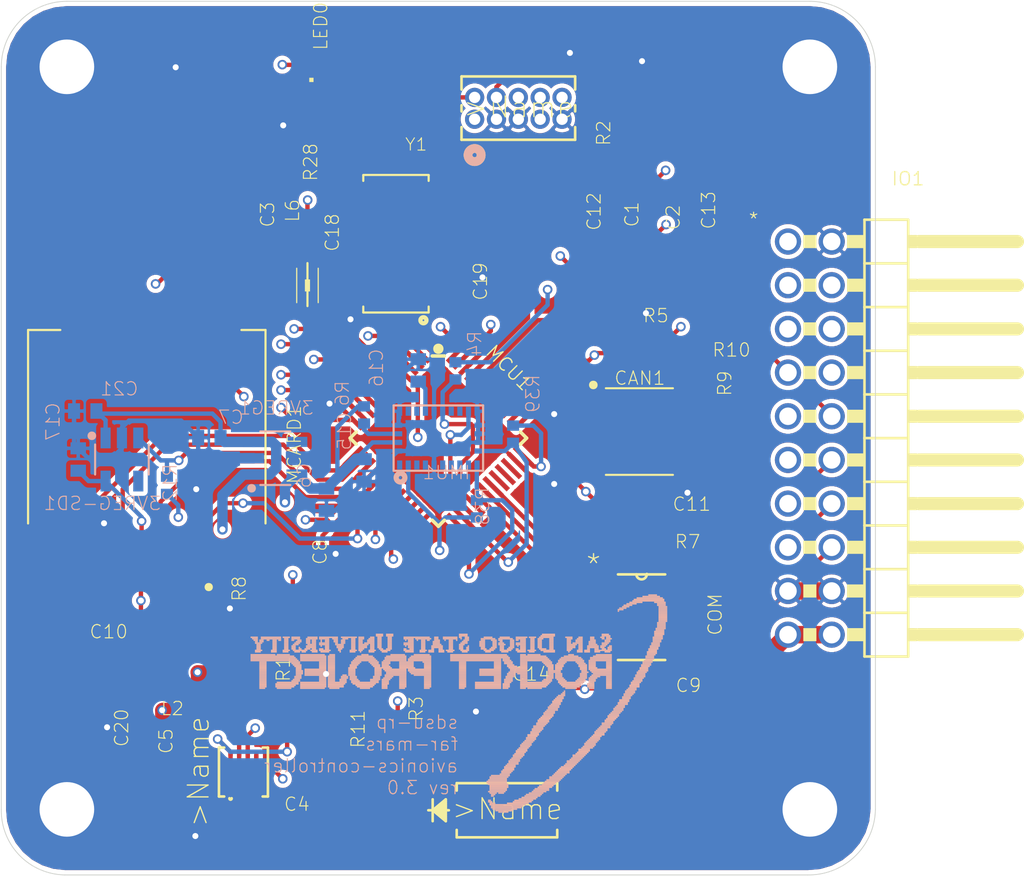
<source format=kicad_pcb>
(kicad_pcb (version 20171130) (host pcbnew "(5.1.5)-3")
  (layers (0 Top signal) (1 Route2 signal) (2 Route15 signal) (31 Bottom signal) (34 B.Paste user) (35 F.Paste user) (36 B.SilkS user) (37 F.SilkS user) (38 B.Mask user) (39 F.Mask user) (44 Edge.Cuts user))
  (net 0 "")
  (net 1 3.3V)
  (net 2 GND)
  (net 3 V_BATT)
  (net 4 5V)
  (net 5 /avionics-controller_1/PB03/AIN11)
  (net 6 /avionics-controller_1/PB02/AIN10)
  (net 7 /avionics-controller_1/SWDIO)
  (net 8 /avionics-controller_1/SWCLK)
  (net 9 /avionics-controller_1/VDDCORE)
  (net 10 /avionics-controller_1/PA28)
  (net 11 /avionics-controller_1/MCU_NRST)
  (net 12 /avionics-controller_1/CAN_STBY_5V)
  (net 13 /avionics-controller_1/CAN_RX_5V)
  (net 14 /avionics-controller_1/CAN_TX_5V)
  (net 15 /avionics-controller_1/DATA_DIR)
  (net 16 /avionics-controller_1/MCU_RX_3.3V)
  (net 17 /avionics-controller_1/MCU_TX_3.3V)
  (net 18 /avionics-controller_1/IMU_NRST)
  (net 19 /avionics-controller_1/IMU_INT)
  (net 20 /avionics-controller_1/PA17_SER1_I2C_SCL)
  (net 21 /avionics-controller_1/PA16_SER1_I2C_SDA)
  (net 22 /avionics-controller_1/LED0)
  (net 23 /avionics-controller_1/SD_CD)
  (net 24 /avionics-controller_1/SD_CS)
  (net 25 /avionics-controller_1/SER0_P3_DO)
  (net 26 /avionics-controller_1/SD_EN)
  (net 27 /avionics-controller_1/SER0_P1_CLK)
  (net 28 /avionics-controller_1/SER0_P0_DI)
  (net 29 /avionics-controller_1/PA07/AIN7)
  (net 30 /avionics-controller_1/PA06/AIN6)
  (net 31 /avionics-controller_1/PA05/AIN5)
  (net 32 /avionics-controller_1/PA04/AIN4)
  (net 33 /avionics-controller_1/PB09/AIN3)
  (net 34 /avionics-controller_1/PB08/AIN2)
  (net 35 "Net-(C3-Pad2)")
  (net 36 /avionics-controller_1/VBAT_SENSE)
  (net 37 /avionics-controller_1/PA02/AIN0)
  (net 38 "Net-(C18-Pad1)")
  (net 39 "Net-(C19-Pad1)")
  (net 40 "Net-(LED0-PadC)")
  (net 41 /avionics-controller_1/B)
  (net 42 /avionics-controller_1/A)
  (net 43 /avionics-controller_1/3V_SD)
  (net 44 /avionics-controller_1/CANH)
  (net 45 /avionics-controller_1/CANL)
  (net 46 "Net-(R1-Pad1)")
  (net 47 "Net-(L2-Pad1)")
  (net 48 "Net-(C4-Pad1)")
  (net 49 "Net-(C16-Pad1)")
  (net 50 "Net-(Y1-Pad3)")
  (net 51 "Net-(Y1-Pad2)")
  (net 52 "Net-(MCU1-Pad34)")
  (net 53 "Net-(MCU1-Pad33)")
  (net 54 "Net-(MCU1-Pad32)")
  (net 55 "Net-(MCU1-Pad24)")
  (net 56 "Net-(MCU1-Pad23)")
  (net 57 "Net-(MCU1-Pad22)")
  (net 58 "Net-(SWD1-Pad8)")
  (net 59 "Net-(SWD1-Pad7)")
  (net 60 "Net-(SWD1-Pad6)")
  (net 61 "Net-(MCARD1-Pad1)")
  (net 62 "Net-(MCARD1-Pad8)")
  (net 63 "Net-(CAN1-Pad5)")
  (net 64 "Net-(REG5V1-Pad4)")
  (net 65 "Net-(IMU1-Pad27)")
  (net 66 "Net-(IMU1-Pad26)")
  (net 67 "Net-(IMU1-Pad4)")
  (net 68 "Net-(3VREG1-Pad4)")
  (net 69 "Net-(3VREG-SD1-Pad4)")
  (module avionics-controller:C0402 (layer Top) (at 160.020269 95.07194 90)
    (fp_text reference C1 (at 2.286 0.1778 90) (layer F.SilkS) (effects (font (size 0.77216 0.77216) (thickness 0.061772)) (justify left bottom)))
    (fp_text value 100n)
    (pad 2 smd rect (at 0.65 0 90) (size 0.7 0.9) (layers Top F.Paste F.Mask) (net 2 GND))
    (pad 1 smd rect (at -0.65 0 90) (size 0.7 0.9) (layers Top F.Paste F.Mask) (net 4 5V))
  )
  (module avionics-controller:C0402 (layer Top) (at 162.217369 95.07194 90)
    (fp_text reference C2 (at 2.1082 0.381 90) (layer F.SilkS) (effects (font (size 0.77216 0.77216) (thickness 0.061772)) (justify left bottom)))
    (fp_text value 100n)
    (pad 2 smd rect (at 0.65 0 90) (size 0.7 0.9) (layers Top F.Paste F.Mask) (net 2 GND))
    (pad 1 smd rect (at -0.65 0 90) (size 0.7 0.9) (layers Top F.Paste F.Mask) (net 9 /avionics-controller_1/VDDCORE))
  )
  (module avionics-controller:C0402 (layer Top) (at 139.433569 95.87204 270)
    (fp_text reference C3 (at -3.0734 0.4064 90) (layer F.SilkS) (effects (font (size 0.77216 0.77216) (thickness 0.061772)) (justify left bottom)))
    (fp_text value 100n)
    (pad 2 smd rect (at 0.65 0 270) (size 0.7 0.9) (layers Top F.Paste F.Mask) (net 35 "Net-(C3-Pad2)"))
    (pad 1 smd rect (at -0.65 0 270) (size 0.7 0.9) (layers Top F.Paste F.Mask) (net 2 GND))
  )
  (module avionics-controller:0805 (layer Top) (at 140.894069 96.12604 270)
    (fp_text reference L6 (at -3.6322 0.4191 90) (layer F.SilkS) (effects (font (size 0.77216 0.77216) (thickness 0.061772)) (justify left bottom)))
    (fp_text value MH2029-300Y)
    (pad 2 smd rect (at 1.1 0 270) (size 1.2 1) (layers Top F.Paste F.Mask) (net 35 "Net-(C3-Pad2)"))
    (pad 1 smd rect (at -1.1 0 270) (size 1.2 1) (layers Top F.Paste F.Mask) (net 4 5V))
  )
  (module avionics-controller:TQFP-48 (layer Top) (at 148.501369 105.00334 315)
    (fp_text reference MCU1 (at 0.007747 -5.335275 135) (layer F.SilkS) (effects (font (size 0.77216 0.77216) (thickness 0.077216)) (justify bottom)))
    (fp_text value ATSAMC21G18-A)
    (pad 48 smd rect (at -2.75 -4.25 45) (size 1.5 0.28) (layers Top F.Paste F.Mask) (net 5 /avionics-controller_1/PB03/AIN11))
    (pad 47 smd rect (at -2.25 -4.25 45) (size 1.5 0.28) (layers Top F.Paste F.Mask) (net 6 /avionics-controller_1/PB02/AIN10))
    (pad 46 smd rect (at -1.75 -4.25 45) (size 1.5 0.28) (layers Top F.Paste F.Mask) (net 7 /avionics-controller_1/SWDIO))
    (pad 45 smd rect (at -1.25 -4.25 45) (size 1.5 0.28) (layers Top F.Paste F.Mask) (net 8 /avionics-controller_1/SWCLK))
    (pad 44 smd rect (at -0.75 -4.25 45) (size 1.5 0.28) (layers Top F.Paste F.Mask) (net 4 5V))
    (pad 43 smd rect (at -0.25 -4.25 45) (size 1.5 0.28) (layers Top F.Paste F.Mask) (net 9 /avionics-controller_1/VDDCORE))
    (pad 42 smd rect (at 0.25 -4.25 45) (size 1.5 0.28) (layers Top F.Paste F.Mask) (net 2 GND))
    (pad 41 smd rect (at 0.75 -4.25 45) (size 1.5 0.28) (layers Top F.Paste F.Mask) (net 10 /avionics-controller_1/PA28))
    (pad 40 smd rect (at 1.25 -4.25 45) (size 1.5 0.28) (layers Top F.Paste F.Mask) (net 11 /avionics-controller_1/MCU_NRST))
    (pad 39 smd rect (at 1.75 -4.25 45) (size 1.5 0.28) (layers Top F.Paste F.Mask) (net 12 /avionics-controller_1/CAN_STBY_5V))
    (pad 38 smd rect (at 2.25 -4.25 45) (size 1.5 0.28) (layers Top F.Paste F.Mask) (net 13 /avionics-controller_1/CAN_RX_5V))
    (pad 37 smd rect (at 2.75 -4.25 45) (size 1.5 0.28) (layers Top F.Paste F.Mask) (net 14 /avionics-controller_1/CAN_TX_5V))
    (pad 36 smd rect (at 4.25 -2.75 315) (size 1.5 0.28) (layers Top F.Paste F.Mask) (net 1 3.3V))
    (pad 35 smd rect (at 4.25 -2.25 315) (size 1.5 0.28) (layers Top F.Paste F.Mask) (net 2 GND))
    (pad 34 smd rect (at 4.25 -1.75 315) (size 1.5 0.28) (layers Top F.Paste F.Mask) (net 52 "Net-(MCU1-Pad34)"))
    (pad 33 smd rect (at 4.25 -1.25 315) (size 1.5 0.28) (layers Top F.Paste F.Mask) (net 53 "Net-(MCU1-Pad33)"))
    (pad 32 smd rect (at 4.25 -0.75 315) (size 1.5 0.28) (layers Top F.Paste F.Mask) (net 54 "Net-(MCU1-Pad32)"))
    (pad 31 smd rect (at 4.25 -0.25 315) (size 1.5 0.28) (layers Top F.Paste F.Mask) (net 15 /avionics-controller_1/DATA_DIR))
    (pad 30 smd rect (at 4.25 0.25 315) (size 1.5 0.28) (layers Top F.Paste F.Mask) (net 16 /avionics-controller_1/MCU_RX_3.3V))
    (pad 29 smd rect (at 4.25 0.75 315) (size 1.5 0.28) (layers Top F.Paste F.Mask) (net 17 /avionics-controller_1/MCU_TX_3.3V))
    (pad 28 smd rect (at 4.25 1.25 315) (size 1.5 0.28) (layers Top F.Paste F.Mask) (net 18 /avionics-controller_1/IMU_NRST))
    (pad 27 smd rect (at 4.25 1.75 315) (size 1.5 0.28) (layers Top F.Paste F.Mask) (net 19 /avionics-controller_1/IMU_INT))
    (pad 26 smd rect (at 4.25 2.25 315) (size 1.5 0.28) (layers Top F.Paste F.Mask) (net 20 /avionics-controller_1/PA17_SER1_I2C_SCL))
    (pad 25 smd rect (at 4.25 2.75 315) (size 1.5 0.28) (layers Top F.Paste F.Mask) (net 21 /avionics-controller_1/PA16_SER1_I2C_SDA))
    (pad 24 smd rect (at 2.75 4.25 225) (size 1.5 0.28) (layers Top F.Paste F.Mask) (net 55 "Net-(MCU1-Pad24)"))
    (pad 23 smd rect (at 2.25 4.25 225) (size 1.5 0.28) (layers Top F.Paste F.Mask) (net 56 "Net-(MCU1-Pad23)"))
    (pad 22 smd rect (at 1.75 4.25 225) (size 1.5 0.28) (layers Top F.Paste F.Mask) (net 57 "Net-(MCU1-Pad22)"))
    (pad 21 smd rect (at 1.25 4.25 225) (size 1.5 0.28) (layers Top F.Paste F.Mask) (net 22 /avionics-controller_1/LED0))
    (pad 20 smd rect (at 0.75 4.25 225) (size 1.5 0.28) (layers Top F.Paste F.Mask) (net 23 /avionics-controller_1/SD_CD))
    (pad 19 smd rect (at 0.25 4.25 225) (size 1.5 0.28) (layers Top F.Paste F.Mask) (net 24 /avionics-controller_1/SD_CS))
    (pad 18 smd rect (at -0.25 4.25 225) (size 1.5 0.28) (layers Top F.Paste F.Mask) (net 2 GND))
    (pad 17 smd rect (at -0.75 4.25 225) (size 1.5 0.28) (layers Top F.Paste F.Mask) (net 1 3.3V))
    (pad 16 smd rect (at -1.25 4.25 225) (size 1.5 0.28) (layers Top F.Paste F.Mask) (net 25 /avionics-controller_1/SER0_P3_DO))
    (pad 15 smd rect (at -1.75 4.25 225) (size 1.5 0.28) (layers Top F.Paste F.Mask) (net 26 /avionics-controller_1/SD_EN))
    (pad 14 smd rect (at -2.25 4.25 225) (size 1.5 0.28) (layers Top F.Paste F.Mask) (net 27 /avionics-controller_1/SER0_P1_CLK))
    (pad 13 smd rect (at -2.75 4.25 225) (size 1.5 0.28) (layers Top F.Paste F.Mask) (net 28 /avionics-controller_1/SER0_P0_DI))
    (pad 12 smd rect (at -4.25 2.75 135) (size 1.5 0.28) (layers Top F.Paste F.Mask) (net 29 /avionics-controller_1/PA07/AIN7))
    (pad 11 smd rect (at -4.25 2.25 135) (size 1.5 0.28) (layers Top F.Paste F.Mask) (net 30 /avionics-controller_1/PA06/AIN6))
    (pad 10 smd rect (at -4.25 1.75 135) (size 1.5 0.28) (layers Top F.Paste F.Mask) (net 31 /avionics-controller_1/PA05/AIN5))
    (pad 9 smd rect (at -4.25 1.25 135) (size 1.5 0.28) (layers Top F.Paste F.Mask) (net 32 /avionics-controller_1/PA04/AIN4))
    (pad 8 smd rect (at -4.25 0.75 135) (size 1.5 0.28) (layers Top F.Paste F.Mask) (net 33 /avionics-controller_1/PB09/AIN3))
    (pad 7 smd rect (at -4.25 0.25 135) (size 1.5 0.28) (layers Top F.Paste F.Mask) (net 34 /avionics-controller_1/PB08/AIN2))
    (pad 6 smd rect (at -4.25 -0.25 135) (size 1.5 0.28) (layers Top F.Paste F.Mask) (net 35 "Net-(C3-Pad2)"))
    (pad 5 smd rect (at -4.25 -0.75 135) (size 1.5 0.28) (layers Top F.Paste F.Mask) (net 2 GND))
    (pad 4 smd rect (at -4.25 -1.25 135) (size 1.5 0.28) (layers Top F.Paste F.Mask) (net 36 /avionics-controller_1/VBAT_SENSE))
    (pad 3 smd rect (at -4.25 -1.75 135) (size 1.5 0.28) (layers Top F.Paste F.Mask) (net 37 /avionics-controller_1/PA02/AIN0))
    (pad 2 smd rect (at -4.25 -2.25 135) (size 1.5 0.28) (layers Top F.Paste F.Mask) (net 38 "Net-(C18-Pad1)"))
    (pad 1 smd rect (at -4.25 -2.75 135) (size 1.5 0.28) (layers Top F.Paste F.Mask) (net 39 "Net-(C19-Pad1)"))
  )
  (module avionics-controller:R0402 (layer Top) (at 159.588469 100.06304 180)
    (fp_text reference R5 (at -0.762 1.7272) (layer F.SilkS) (effects (font (size 0.77216 0.77216) (thickness 0.061772)) (justify left bottom)))
    (fp_text value 10k)
    (pad 2 smd rect (at 0.5 0 180) (size 0.6 0.7) (layers Top F.Paste F.Mask) (net 11 /avionics-controller_1/MCU_NRST))
    (pad 1 smd rect (at -0.5 0 180) (size 0.6 0.7) (layers Top F.Paste F.Mask) (net 4 5V))
  )
  (module avionics-controller:C0402 (layer Top) (at 160.363169 119.55754)
    (fp_text reference C9 (at 1.8796 0.2794) (layer F.SilkS) (effects (font (size 0.77216 0.77216) (thickness 0.061772)) (justify left bottom)))
    (fp_text value 100n)
    (pad 2 smd rect (at 0.65 0) (size 0.7 0.9) (layers Top F.Paste F.Mask) (net 2 GND))
    (pad 1 smd rect (at -0.65 0) (size 0.7 0.9) (layers Top F.Paste F.Mask) (net 1 3.3V))
  )
  (module avionics-controller:R0402 (layer Top) (at 141.122669 86.56294 90)
    (fp_text reference R28 (at -3.556 0.4064 90) (layer F.SilkS) (effects (font (size 0.77216 0.77216) (thickness 0.061772)) (justify left bottom)))
    (fp_text value 120)
    (pad 2 smd rect (at 0.5 0 90) (size 0.6 0.7) (layers Top F.Paste F.Mask) (net 40 "Net-(LED0-PadC)"))
    (pad 1 smd rect (at -0.5 0 90) (size 0.6 0.7) (layers Top F.Paste F.Mask) (net 22 /avionics-controller_1/LED0))
  )
  (module avionics-controller:CHIPLED_0603 (layer Top) (at 141.122669 84.04834 180)
    (fp_text reference LED0 (at -0.9906 1.5494 90) (layer F.SilkS) (effects (font (size 0.77216 0.77216) (thickness 0.061772)) (justify left bottom)))
    (fp_text value "2V @ 20mA")
    (pad A smd rect (at 0 0.75 180) (size 0.8 0.8) (layers Top F.Paste F.Mask) (net 1 3.3V))
    (pad C smd rect (at 0 -0.75 180) (size 0.8 0.8) (layers Top F.Paste F.Mask) (net 40 "Net-(LED0-PadC)"))
  )
  (module avionics-controller:D8 (layer Top) (at 160.312369 115.41734)
    (fp_text reference U1 hide)
    (fp_text value SN65HVD10_D_8 hide)
    (fp_text user * (at -3.302 -2.3368) (layer F.SilkS) (effects (font (size 1.2065 1.2065) (thickness 0.0762)) (justify left bottom)))
    (pad 8 smd rect (at 2.4638 -1.905) (size 1.9812 0.5588) (layers Top F.Paste F.Mask) (net 1 3.3V))
    (pad 7 smd rect (at 2.4638 -0.635) (size 1.9812 0.5588) (layers Top F.Paste F.Mask) (net 41 /avionics-controller_1/B))
    (pad 6 smd rect (at 2.4638 0.635) (size 1.9812 0.5588) (layers Top F.Paste F.Mask) (net 42 /avionics-controller_1/A))
    (pad 5 smd rect (at 2.4638 1.905) (size 1.9812 0.5588) (layers Top F.Paste F.Mask) (net 2 GND))
    (pad 4 smd rect (at -2.4638 1.905) (size 1.9812 0.5588) (layers Top F.Paste F.Mask) (net 17 /avionics-controller_1/MCU_TX_3.3V))
    (pad 3 smd rect (at -2.4638 0.635) (size 1.9812 0.5588) (layers Top F.Paste F.Mask) (net 15 /avionics-controller_1/DATA_DIR))
    (pad 2 smd rect (at -2.4638 -0.635) (size 1.9812 0.5588) (layers Top F.Paste F.Mask) (net 15 /avionics-controller_1/DATA_DIR))
    (pad 1 smd rect (at -2.4638 -1.905) (size 1.9812 0.5588) (layers Top F.Paste F.Mask) (net 16 /avionics-controller_1/MCU_RX_3.3V))
  )
  (module avionics-controller:R0402 (layer Top) (at 160.185369 111.12474 180)
    (fp_text reference R7 (at -2.0066 -0.3556) (layer F.SilkS) (effects (font (size 0.77216 0.77216) (thickness 0.061772)) (justify left bottom)))
    (fp_text value 10k)
    (pad 2 smd rect (at 0.5 0 180) (size 0.6 0.7) (layers Top F.Paste F.Mask) (net 15 /avionics-controller_1/DATA_DIR))
    (pad 1 smd rect (at -0.5 0 180) (size 0.6 0.7) (layers Top F.Paste F.Mask) (net 1 3.3V))
  )
  (module avionics-controller:CONN_MINITEK_2X5_HDR (layer Top) (at 153.149569 85.82634)
    (fp_text reference SWD1 hide)
    (fp_text value DEBUG-HEADER hide)
    (fp_text user >Name (at -3.2766 0.635) (layer F.SilkS) (effects (font (size 1.2065 1.2065) (thickness 0.0762)) (justify left bottom)))
    (pad 10 thru_hole circle (at 2.54 -0.635) (size 1.1176 1.1176) (drill 0.6604) (layers *.Cu *.Mask) (net 11 /avionics-controller_1/MCU_NRST))
    (pad 9 thru_hole circle (at 2.54 0.635) (size 1.1176 1.1176) (drill 0.6604) (layers *.Cu *.Mask) (net 2 GND))
    (pad 8 thru_hole circle (at 1.27 -0.635) (size 1.1176 1.1176) (drill 0.6604) (layers *.Cu *.Mask) (net 58 "Net-(SWD1-Pad8)"))
    (pad 7 thru_hole circle (at 1.27 0.635) (size 1.1176 1.1176) (drill 0.6604) (layers *.Cu *.Mask) (net 59 "Net-(SWD1-Pad7)"))
    (pad 6 thru_hole circle (at 0 -0.635) (size 1.1176 1.1176) (drill 0.6604) (layers *.Cu *.Mask) (net 60 "Net-(SWD1-Pad6)"))
    (pad 5 thru_hole circle (at 0 0.635) (size 1.1176 1.1176) (drill 0.6604) (layers *.Cu *.Mask) (net 2 GND))
    (pad 4 thru_hole circle (at -1.27 -0.635) (size 1.1176 1.1176) (drill 0.6604) (layers *.Cu *.Mask) (net 8 /avionics-controller_1/SWCLK))
    (pad 3 thru_hole circle (at -1.27 0.635) (size 1.1176 1.1176) (drill 0.6604) (layers *.Cu *.Mask) (net 2 GND))
    (pad 2 thru_hole circle (at -2.54 -0.635) (size 1.1176 1.1176) (drill 0.6604) (layers *.Cu *.Mask) (net 7 /avionics-controller_1/SWDIO))
    (pad 1 thru_hole circle (at -2.54 0.635) (size 1.1176 1.1176) (drill 0.6604) (layers *.Cu *.Mask) (net 4 5V))
  )
  (module avionics-controller:HRS_DM3CS-SF (layer Top) (at 131.356369 105.76534)
    (fp_text reference MCARD1 (at 9.226268 1.960019 90) (layer F.SilkS) (effects (font (size 0.77216 0.77216) (thickness 0.061772)) (justify left bottom)))
    (fp_text value DM3CS-SF)
    (pad S5 smd rect (at 4.85 -6.45) (size 1.2 1.2) (layers Top F.Paste F.Mask) (net 2 GND))
    (pad S3 smd rect (at -3.1 -6.35) (size 2.7 1.4) (layers Top F.Paste F.Mask) (net 2 GND))
    (pad 9 smd rect (at 1.8 -6.35) (size 2.7 1.4) (layers Top F.Paste F.Mask) (net 23 /avionics-controller_1/SD_CD))
    (pad S2 smd rect (at 6.75 5.85) (size 1.5 2.6) (layers Top F.Paste F.Mask) (net 2 GND))
    (pad S1 smd rect (at -6.6 5.85) (size 1 2.6) (layers Top F.Paste F.Mask) (net 2 GND))
    (pad 1 smd rect (at 3.2 6.35) (size 0.7 2) (layers Top F.Paste F.Mask) (net 61 "Net-(MCARD1-Pad1)"))
    (pad 2 smd rect (at 2.1 6.35) (size 0.7 2) (layers Top F.Paste F.Mask) (net 24 /avionics-controller_1/SD_CS))
    (pad 3 smd rect (at 1 6.35) (size 0.7 2) (layers Top F.Paste F.Mask) (net 25 /avionics-controller_1/SER0_P3_DO))
    (pad 4 smd rect (at -0.1 6.35) (size 0.7 2) (layers Top F.Paste F.Mask) (net 43 /avionics-controller_1/3V_SD))
    (pad 5 smd rect (at -1.2 6.35) (size 0.7 2) (layers Top F.Paste F.Mask) (net 27 /avionics-controller_1/SER0_P1_CLK))
    (pad 6 smd rect (at -2.3 6.35) (size 0.7 2) (layers Top F.Paste F.Mask) (net 2 GND))
    (pad 7 smd rect (at -3.4 6.35) (size 0.7 2) (layers Top F.Paste F.Mask) (net 28 /avionics-controller_1/SER0_P0_DI))
    (pad 8 smd rect (at -4.5 6.35) (size 0.7 2) (layers Top F.Paste F.Mask) (net 62 "Net-(MCARD1-Pad8)"))
  )
  (module avionics-controller:R0402 (layer Top) (at 138.925569 115.51894 270)
    (fp_text reference R8 (at -0.9652 1.5494 90) (layer F.SilkS) (effects (font (size 0.77216 0.77216) (thickness 0.061772)) (justify left bottom)))
    (fp_text value 10k)
    (pad 2 smd rect (at 0.5 0 270) (size 0.6 0.7) (layers Top F.Paste F.Mask) (net 24 /avionics-controller_1/SD_CS))
    (pad 1 smd rect (at -0.5 0 270) (size 0.6 0.7) (layers Top F.Paste F.Mask) (net 1 3.3V))
  )
  (module avionics-controller:C0402 (layer Top) (at 130.365769 116.91594 180)
    (fp_text reference C10 (at 2.1844 0.2032) (layer F.SilkS) (effects (font (size 0.77216 0.77216) (thickness 0.061772)) (justify left bottom)))
    (fp_text value 100n)
    (pad 2 smd rect (at 0.65 0 180) (size 0.7 0.9) (layers Top F.Paste F.Mask) (net 2 GND))
    (pad 1 smd rect (at -0.65 0 180) (size 0.7 0.9) (layers Top F.Paste F.Mask) (net 43 /avionics-controller_1/3V_SD))
  )
  (module avionics-controller:SOIC127P600X175-8 (layer Top) (at 160.185369 104.62234)
    (fp_text reference CAN1 (at 0.0254 -2.6538) (layer F.SilkS) (effects (font (size 0.77216 0.77216) (thickness 0.061772)) (justify bottom)))
    (fp_text value MCP2561T-E8SOIC)
    (pad 8 smd rect (at 2.4554 -1.905) (size 1.901 0.5991) (layers Top F.Paste F.Mask) (net 12 /avionics-controller_1/CAN_STBY_5V))
    (pad 7 smd rect (at 2.4554 -0.635) (size 1.901 0.5991) (layers Top F.Paste F.Mask) (net 44 /avionics-controller_1/CANH))
    (pad 6 smd rect (at 2.4554 0.635) (size 1.901 0.5991) (layers Top F.Paste F.Mask) (net 45 /avionics-controller_1/CANL))
    (pad 5 smd rect (at 2.4554 1.905) (size 1.901 0.5991) (layers Top F.Paste F.Mask) (net 63 "Net-(CAN1-Pad5)"))
    (pad 4 smd rect (at -2.4554 1.905) (size 1.901 0.5991) (layers Top F.Paste F.Mask) (net 13 /avionics-controller_1/CAN_RX_5V))
    (pad 3 smd rect (at -2.4554 0.635) (size 1.901 0.5991) (layers Top F.Paste F.Mask) (net 4 5V))
    (pad 2 smd rect (at -2.4554 -0.635) (size 1.901 0.5991) (layers Top F.Paste F.Mask) (net 2 GND))
    (pad 1 smd rect (at -2.4554 -1.905) (size 1.901 0.5991) (layers Top F.Paste F.Mask) (net 14 /avionics-controller_1/CAN_TX_5V))
  )
  (module avionics-controller:DSG8_1P6X0P9 (layer Top) (at 137.172969 124.42164 90)
    (fp_text reference REG5V1 hide)
    (fp_text value TPS62163DSGT hide)
    (fp_text user >Name (at -3.2766 -1.905 90) (layer F.SilkS) (effects (font (size 1.2065 1.2065) (thickness 0.0762)) (justify left bottom)))
    (pad 9 smd rect (at 0 0 90) (size 0.9 1.6) (layers Top F.Mask) (net 64 "Net-(REG5V1-Pad4)"))
    (pad 8 smd rect (at 0.95 -0.75 270) (size 0.508 0.254) (layers Top F.Paste F.Mask) (net 46 "Net-(R1-Pad1)"))
    (pad 7 smd rect (at 0.95 -0.25 270) (size 0.508 0.254) (layers Top F.Paste F.Mask) (net 47 "Net-(L2-Pad1)"))
    (pad 6 smd rect (at 0.95 0.25 270) (size 0.508 0.254) (layers Top F.Paste F.Mask) (net 4 5V))
    (pad 5 smd rect (at 0.95 0.75 270) (size 0.508 0.254) (layers Top F.Paste F.Mask) (net 64 "Net-(REG5V1-Pad4)"))
    (pad 4 smd rect (at -0.95 0.75 90) (size 0.508 0.254) (layers Top F.Paste F.Mask) (net 64 "Net-(REG5V1-Pad4)"))
    (pad 3 smd rect (at -0.95 0.25 90) (size 0.508 0.254) (layers Top F.Paste F.Mask) (net 48 "Net-(C4-Pad1)"))
    (pad 2 smd rect (at -0.95 -0.25 90) (size 0.508 0.254) (layers Top F.Paste F.Mask) (net 48 "Net-(C4-Pad1)"))
    (pad 1 smd rect (at -0.95 -0.75 90) (size 0.508 0.254) (layers Top F.Paste F.Mask) (net 2 GND))
  )
  (module avionics-controller:C0603 (layer Top) (at 136.309369 126.87274 180)
    (fp_text reference C4 (at -3.175 0.127) (layer F.SilkS) (effects (font (size 0.77216 0.77216) (thickness 0.061772)) (justify left bottom)))
    (fp_text value 10u)
    (pad 2 smd rect (at 0.85 0 180) (size 1.1 1) (layers Top F.Paste F.Mask) (net 2 GND))
    (pad 1 smd rect (at -0.85 0 180) (size 1.1 1) (layers Top F.Paste F.Mask) (net 48 "Net-(C4-Pad1)"))
  )
  (module avionics-controller:R0402 (layer Top) (at 139.712969 120.97994 90)
    (fp_text reference R1 (at 1.7526 0.2286 90) (layer F.SilkS) (effects (font (size 0.77216 0.77216) (thickness 0.061772)) (justify left bottom)))
    (fp_text value 100k)
    (pad 2 smd rect (at 0.5 0 90) (size 0.6 0.7) (layers Top F.Paste F.Mask) (net 4 5V))
    (pad 1 smd rect (at -0.5 0 90) (size 0.6 0.7) (layers Top F.Paste F.Mask) (net 46 "Net-(R1-Pad1)"))
  )
  (module avionics-controller:C0603 (layer Top) (at 134.518669 124.20574 270)
    (fp_text reference C5 (at -0.7874 1.397 90) (layer F.SilkS) (effects (font (size 0.77216 0.77216) (thickness 0.061772)) (justify left bottom)))
    (fp_text value 10u)
    (pad 2 smd rect (at 0.85 0 270) (size 1.1 1) (layers Top F.Paste F.Mask) (net 2 GND))
    (pad 1 smd rect (at -0.85 0 270) (size 1.1 1) (layers Top F.Paste F.Mask) (net 4 5V))
  )
  (module avionics-controller:L2012C (layer Top) (at 135.521969 120.80214 180)
    (fp_text reference L2 (at 3.2004 -0.381) (layer F.SilkS) (effects (font (size 0.77216 0.77216) (thickness 0.061772)) (justify left bottom)))
    (fp_text value 2.2u)
    (pad 2 smd rect (at 1 0 180) (size 1 1) (layers Top F.Paste F.Mask) (net 4 5V))
    (pad 1 smd rect (at -1 0 180) (size 1 1) (layers Top F.Paste F.Mask) (net 47 "Net-(L2-Pad1)"))
  )
  (module avionics-controller:C0402 (layer Top) (at 141.770369 114.40134 270)
    (fp_text reference C8 (at -1.9812 -0.3048 90) (layer F.SilkS) (effects (font (size 0.77216 0.77216) (thickness 0.061772)) (justify left bottom)))
    (fp_text value 100n)
    (pad 2 smd rect (at 0.65 0 270) (size 0.7 0.9) (layers Top F.Paste F.Mask) (net 2 GND))
    (pad 1 smd rect (at -0.65 0 270) (size 0.7 0.9) (layers Top F.Paste F.Mask) (net 1 3.3V))
  )
  (module avionics-controller:R0402 (layer Top) (at 165.265369 104.62234 90)
    (fp_text reference R9 (at 2.0066 0.3302 90) (layer F.SilkS) (effects (font (size 0.77216 0.77216) (thickness 0.061772)) (justify left bottom)))
    (fp_text value 120)
    (pad 2 smd rect (at 0.5 0 90) (size 0.6 0.7) (layers Top F.Paste F.Mask) (net 44 /avionics-controller_1/CANH))
    (pad 1 smd rect (at -0.5 0 90) (size 0.6 0.7) (layers Top F.Paste F.Mask) (net 45 /avionics-controller_1/CANL))
  )
  (module avionics-controller:C0402 (layer Top) (at 160.185369 109.01654)
    (fp_text reference C11 (at 1.8796 0.2794) (layer F.SilkS) (effects (font (size 0.77216 0.77216) (thickness 0.061772)) (justify left bottom)))
    (fp_text value 100n)
    (pad 2 smd rect (at 0.65 0) (size 0.7 0.9) (layers Top F.Paste F.Mask) (net 2 GND))
    (pad 1 smd rect (at -0.65 0) (size 0.7 0.9) (layers Top F.Paste F.Mask) (net 4 5V))
  )
  (module avionics-controller:2X10_90 (layer Top) (at 175.171369 105.00334 270)
    (fp_text reference IO1 (at -14.6304 0.381) (layer F.SilkS) (effects (font (size 0.77216 0.77216) (thickness 0.077216)) (justify left bottom)))
    (fp_text value PINHD-2X10_90)
    (pad 19 thru_hole circle (at 11.43 6.35 270) (size 1.524 1.524) (drill 1.016) (layers *.Cu *.Mask) (net 3 V_BATT))
    (pad 17 thru_hole circle (at 8.89 6.35 270) (size 1.524 1.524) (drill 1.016) (layers *.Cu *.Mask) (net 2 GND))
    (pad 15 thru_hole circle (at 6.35 6.35 270) (size 1.524 1.524) (drill 1.016) (layers *.Cu *.Mask) (net 29 /avionics-controller_1/PA07/AIN7))
    (pad 13 thru_hole circle (at 3.81 6.35 270) (size 1.524 1.524) (drill 1.016) (layers *.Cu *.Mask) (net 30 /avionics-controller_1/PA06/AIN6))
    (pad 11 thru_hole circle (at 1.27 6.35 270) (size 1.524 1.524) (drill 1.016) (layers *.Cu *.Mask) (net 31 /avionics-controller_1/PA05/AIN5))
    (pad 9 thru_hole circle (at -1.27 6.35 270) (size 1.524 1.524) (drill 1.016) (layers *.Cu *.Mask) (net 32 /avionics-controller_1/PA04/AIN4))
    (pad 7 thru_hole circle (at -3.81 6.35 270) (size 1.524 1.524) (drill 1.016) (layers *.Cu *.Mask) (net 10 /avionics-controller_1/PA28))
    (pad 5 thru_hole circle (at -6.35 6.35 270) (size 1.524 1.524) (drill 1.016) (layers *.Cu *.Mask) (net 37 /avionics-controller_1/PA02/AIN0))
    (pad 3 thru_hole circle (at -8.89 6.35 270) (size 1.524 1.524) (drill 1.016) (layers *.Cu *.Mask) (net 6 /avionics-controller_1/PB02/AIN10))
    (pad 1 thru_hole circle (at -11.43 6.35 270) (size 1.524 1.524) (drill 1.016) (layers *.Cu *.Mask) (net 4 5V))
    (pad 20 thru_hole circle (at 11.43 3.81 270) (size 1.524 1.524) (drill 1.016) (layers *.Cu *.Mask) (net 3 V_BATT))
    (pad 18 thru_hole circle (at 8.89 3.81 270) (size 1.524 1.524) (drill 1.016) (layers *.Cu *.Mask) (net 2 GND))
    (pad 16 thru_hole circle (at 6.35 3.81 270) (size 1.524 1.524) (drill 1.016) (layers *.Cu *.Mask) (net 42 /avionics-controller_1/A))
    (pad 14 thru_hole circle (at 3.81 3.81 270) (size 1.524 1.524) (drill 1.016) (layers *.Cu *.Mask) (net 41 /avionics-controller_1/B))
    (pad 12 thru_hole circle (at 1.27 3.81 270) (size 1.524 1.524) (drill 1.016) (layers *.Cu *.Mask) (net 45 /avionics-controller_1/CANL))
    (pad 10 thru_hole circle (at -1.27 3.81 270) (size 1.524 1.524) (drill 1.016) (layers *.Cu *.Mask) (net 44 /avionics-controller_1/CANH))
    (pad 8 thru_hole circle (at -3.81 3.81 270) (size 1.524 1.524) (drill 1.016) (layers *.Cu *.Mask) (net 33 /avionics-controller_1/PB09/AIN3))
    (pad 6 thru_hole circle (at -6.35 3.81 270) (size 1.524 1.524) (drill 1.016) (layers *.Cu *.Mask) (net 34 /avionics-controller_1/PB08/AIN2))
    (pad 4 thru_hole circle (at -8.89 3.81 270) (size 1.524 1.524) (drill 1.016) (layers *.Cu *.Mask) (net 5 /avionics-controller_1/PB03/AIN11))
    (pad 2 thru_hole circle (at -11.43 3.81 270) (size 1.524 1.524) (drill 1.016) (layers *.Cu *.Mask) (net 2 GND))
  )
  (module avionics-controller:C0603 (layer Top) (at 157.797769 95.09734 90)
    (fp_text reference C12 (at 2.1082 0.2032 90) (layer F.SilkS) (effects (font (size 0.77216 0.77216) (thickness 0.061772)) (justify left bottom)))
    (fp_text value 10u)
    (pad 2 smd rect (at 0.85 0 90) (size 1.1 1) (layers Top F.Paste F.Mask) (net 2 GND))
    (pad 1 smd rect (at -0.85 0 90) (size 1.1 1) (layers Top F.Paste F.Mask) (net 4 5V))
  )
  (module avionics-controller:C0402 (layer Top) (at 164.401769 95.07194 90)
    (fp_text reference C13 (at 2.159 0.254 90) (layer F.SilkS) (effects (font (size 0.77216 0.77216) (thickness 0.061772)) (justify left bottom)))
    (fp_text value 1u)
    (pad 2 smd rect (at 0.65 0 90) (size 0.7 0.9) (layers Top F.Paste F.Mask) (net 2 GND))
    (pad 1 smd rect (at -0.65 0 90) (size 0.7 0.9) (layers Top F.Paste F.Mask) (net 9 /avionics-controller_1/VDDCORE))
  )
  (module avionics-controller:C0603 (layer Top) (at 154.394169 119.53214 180)
    (fp_text reference C14 (at 1.651 0.3556) (layer F.SilkS) (effects (font (size 0.77216 0.77216) (thickness 0.061772)) (justify left bottom)))
    (fp_text value 10u)
    (pad 2 smd rect (at 0.85 0 180) (size 1.1 1) (layers Top F.Paste F.Mask) (net 2 GND))
    (pad 1 smd rect (at -0.85 0 180) (size 1.1 1) (layers Top F.Paste F.Mask) (net 1 3.3V))
  )
  (module avionics-controller:R0402 (layer Top) (at 158.153369 89.99194 90)
    (fp_text reference R2 (at 1.9304 0.4064 90) (layer F.SilkS) (effects (font (size 0.77216 0.77216) (thickness 0.061772)) (justify left bottom)))
    (fp_text value 1k)
    (pad 2 smd rect (at 0.5 0 90) (size 0.6 0.7) (layers Top F.Paste F.Mask) (net 8 /avionics-controller_1/SWCLK))
    (pad 1 smd rect (at -0.5 0 90) (size 0.6 0.7) (layers Top F.Paste F.Mask) (net 4 5V))
  )
  (module avionics-controller:RP-LOGO (layer Bottom) (at 161.760169 126.74574 180)
    (fp_text reference U$6 hide)
    (fp_text value "" hide)
  )
  (module avionics-controller:R0402 (layer Top) (at 162.623769 100.05034)
    (fp_text reference R10 (at 1.7526 0.2794) (layer F.SilkS) (effects (font (size 0.77216 0.77216) (thickness 0.061772)) (justify left bottom)))
    (fp_text value 10k)
    (pad 2 smd rect (at 0.5 0) (size 0.6 0.7) (layers Top F.Paste F.Mask) (net 12 /avionics-controller_1/CAN_STBY_5V))
    (pad 1 smd rect (at -0.5 0) (size 0.6 0.7) (layers Top F.Paste F.Mask) (net 4 5V))
  )
  (module avionics-controller:LGA28R50P4X10_380X520X100 (layer Bottom) (at 148.501369 105.00334)
    (fp_text reference IMU1 (at -0.968969 2.457482) (layer B.SilkS) (effects (font (size 0.77216 0.77216) (thickness 0.061772)) (justify right bottom mirror)))
    (fp_text value BNO055)
    (pad 28 smd rect (at -1.75 1.5625 180) (size 0.3 0.525) (layers Bottom B.Paste B.Mask) (net 1 3.3V))
    (pad 27 smd rect (at -1.25 1.5625 180) (size 0.3 0.525) (layers Bottom B.Paste B.Mask) (net 65 "Net-(IMU1-Pad27)"))
    (pad 26 smd rect (at -0.75 1.5625 180) (size 0.3 0.525) (layers Bottom B.Paste B.Mask) (net 66 "Net-(IMU1-Pad26)"))
    (pad 25 smd rect (at -0.25 1.5625 180) (size 0.3 0.525) (layers Bottom B.Paste B.Mask) (net 2 GND))
    (pad 24 smd rect (at 0.25 1.5625 180) (size 0.3 0.525) (layers Bottom B.Paste B.Mask))
    (pad 23 smd rect (at 0.75 1.5625 180) (size 0.3 0.525) (layers Bottom B.Paste B.Mask))
    (pad 22 smd rect (at 1.25 1.5625 180) (size 0.3 0.525) (layers Bottom B.Paste B.Mask))
    (pad 21 smd rect (at 1.75 1.5625 180) (size 0.3 0.525) (layers Bottom B.Paste B.Mask))
    (pad 20 smd rect (at 2.25 1.5625 180) (size 0.3 0.525) (layers Bottom B.Paste B.Mask) (net 21 /avionics-controller_1/PA16_SER1_I2C_SDA))
    (pad 19 smd rect (at 2.3125 0.75 90) (size 0.3 0.425) (layers Bottom B.Paste B.Mask) (net 20 /avionics-controller_1/PA17_SER1_I2C_SCL))
    (pad 18 smd rect (at 2.3125 0.25 90) (size 0.3 0.425) (layers Bottom B.Paste B.Mask) (net 2 GND))
    (pad 17 smd rect (at 2.3125 -0.25 90) (size 0.3 0.425) (layers Bottom B.Paste B.Mask) (net 2 GND))
    (pad 16 smd rect (at 2.3125 -0.75 90) (size 0.3 0.425) (layers Bottom B.Paste B.Mask) (net 2 GND))
    (pad 15 smd rect (at 2.25 -1.5625 180) (size 0.3 0.525) (layers Bottom B.Paste B.Mask) (net 2 GND))
    (pad 14 smd rect (at 1.75 -1.5625 180) (size 0.3 0.525) (layers Bottom B.Paste B.Mask) (net 19 /avionics-controller_1/IMU_INT))
    (pad 13 smd rect (at 1.25 -1.5625 180) (size 0.3 0.525) (layers Bottom B.Paste B.Mask))
    (pad 12 smd rect (at 0.75 -1.5625 180) (size 0.3 0.525) (layers Bottom B.Paste B.Mask))
    (pad 11 smd rect (at 0.25 -1.5625 180) (size 0.3 0.525) (layers Bottom B.Paste B.Mask) (net 18 /avionics-controller_1/IMU_NRST))
    (pad 10 smd rect (at -0.25 -1.5625 180) (size 0.3 0.525) (layers Bottom B.Paste B.Mask) (net 2 GND))
    (pad 9 smd rect (at -0.75 -1.5625 180) (size 0.3 0.525) (layers Bottom B.Paste B.Mask) (net 49 "Net-(C16-Pad1)"))
    (pad 8 smd rect (at -1.25 -1.5625 180) (size 0.3 0.525) (layers Bottom B.Paste B.Mask))
    (pad 7 smd rect (at -1.75 -1.5625 180) (size 0.3 0.525) (layers Bottom B.Paste B.Mask))
    (pad 6 smd rect (at -2.25 -1.5625 180) (size 0.3 0.525) (layers Bottom B.Paste B.Mask) (net 2 GND))
    (pad 5 smd rect (at -2.3125 -0.75 90) (size 0.3 0.425) (layers Bottom B.Paste B.Mask) (net 2 GND))
    (pad 4 smd rect (at -2.3125 -0.25 90) (size 0.3 0.425) (layers Bottom B.Paste B.Mask) (net 67 "Net-(IMU1-Pad4)"))
    (pad 3 smd rect (at -2.3125 0.25 90) (size 0.3 0.425) (layers Bottom B.Paste B.Mask) (net 1 3.3V))
    (pad 2 smd rect (at -2.3125 0.75 90) (size 0.3 0.425) (layers Bottom B.Paste B.Mask) (net 2 GND))
    (pad 1 smd rect (at -2.25 1.5625 180) (size 0.3 0.525) (layers Bottom B.Paste B.Mask))
  )
  (module avionics-controller:C0402 (layer Bottom) (at 144.183369 106.88294 270)
    (fp_text reference C15 (at -1.1176 0.6858 90) (layer B.SilkS) (effects (font (size 0.77216 0.77216) (thickness 0.061772)) (justify right bottom mirror)))
    (fp_text value 100n)
    (pad 2 smd rect (at 0.65 0 270) (size 0.7 0.9) (layers Bottom B.Paste B.Mask) (net 2 GND))
    (pad 1 smd rect (at -0.65 0 270) (size 0.7 0.9) (layers Bottom B.Paste B.Mask) (net 1 3.3V))
  )
  (module avionics-controller:C0402 (layer Bottom) (at 147.332969 101.06634 90)
    (fp_text reference C16 (at -1.016 -1.9812 90) (layer B.SilkS) (effects (font (size 0.77216 0.77216) (thickness 0.061772)) (justify right bottom mirror)))
    (fp_text value 100n)
    (pad 2 smd rect (at 0.65 0 90) (size 0.7 0.9) (layers Bottom B.Paste B.Mask) (net 2 GND))
    (pad 1 smd rect (at -0.65 0 90) (size 0.7 0.9) (layers Bottom B.Paste B.Mask) (net 49 "Net-(C16-Pad1)"))
  )
  (module avionics-controller:R0402 (layer Bottom) (at 149.491969 101.09174 270)
    (fp_text reference R4 (at -0.7874 -1.5748 90) (layer B.SilkS) (effects (font (size 0.77216 0.77216) (thickness 0.061772)) (justify right bottom mirror)))
    (fp_text value 10k)
    (pad 2 smd rect (at 0.5 0 270) (size 0.6 0.7) (layers Bottom B.Paste B.Mask) (net 18 /avionics-controller_1/IMU_NRST))
    (pad 1 smd rect (at -0.5 0 270) (size 0.6 0.7) (layers Bottom B.Paste B.Mask) (net 1 3.3V))
  )
  (module avionics-controller:R0402 (layer Bottom) (at 144.183369 103.65714 270)
    (fp_text reference R6 (at -0.4572 0.8128 90) (layer B.SilkS) (effects (font (size 0.77216 0.77216) (thickness 0.061772)) (justify right bottom mirror)))
    (fp_text value 10k)
    (pad 2 smd rect (at 0.5 0 270) (size 0.6 0.7) (layers Bottom B.Paste B.Mask) (net 67 "Net-(IMU1-Pad4)"))
    (pad 1 smd rect (at -0.5 0 270) (size 0.6 0.7) (layers Bottom B.Paste B.Mask) (net 1 3.3V))
  )
  (module avionics-controller:R0402 (layer Bottom) (at 150.736569 109.11814 90)
    (fp_text reference R38 (at -1.016 0.7874 90) (layer B.SilkS) (effects (font (size 0.77216 0.77216) (thickness 0.061772)) (justify right bottom mirror)))
    (fp_text value 1k)
    (pad 2 smd rect (at 0.5 0 90) (size 0.6 0.7) (layers Bottom B.Paste B.Mask) (net 21 /avionics-controller_1/PA16_SER1_I2C_SDA))
    (pad 1 smd rect (at -0.5 0 90) (size 0.6 0.7) (layers Bottom B.Paste B.Mask) (net 1 3.3V))
  )
  (module avionics-controller:R0402 (layer Bottom) (at 152.844769 104.77474 270)
    (fp_text reference R39 (at -1.1938 -1.6002 90) (layer B.SilkS) (effects (font (size 0.77216 0.77216) (thickness 0.061772)) (justify right bottom mirror)))
    (fp_text value 1k)
    (pad 2 smd rect (at 0.5 0 270) (size 0.6 0.7) (layers Bottom B.Paste B.Mask) (net 20 /avionics-controller_1/PA17_SER1_I2C_SCL))
    (pad 1 smd rect (at -0.5 0 270) (size 0.6 0.7) (layers Bottom B.Paste B.Mask) (net 1 3.3V))
  )
  (module avionics-controller:SOT95P280X110-5 (layer Bottom) (at 139.027169 106.17174)
    (fp_text reference 3VREG1 (at 0.0508 -2.4718) (layer B.SilkS) (effects (font (size 0.77216 0.77216) (thickness 0.061772)) (justify bottom mirror)))
    (fp_text value 3.3VREGULATOR)
    (pad 5 smd rect (at 1.2533 0.95) (size 1.2088 0.5891) (layers Bottom B.Paste B.Mask) (net 1 3.3V))
    (pad 4 smd rect (at 1.2533 -0.95) (size 1.2088 0.5891) (layers Bottom B.Paste B.Mask) (net 68 "Net-(3VREG1-Pad4)"))
    (pad 3 smd rect (at -1.2533 -0.95) (size 1.2088 0.5891) (layers Bottom B.Paste B.Mask) (net 4 5V))
    (pad 2 smd rect (at -1.2533 0) (size 1.2088 0.5891) (layers Bottom B.Paste B.Mask) (net 2 GND))
    (pad 1 smd rect (at -1.2533 0.95) (size 1.2088 0.5891) (layers Bottom B.Paste B.Mask) (net 4 5V))
  )
  (module avionics-controller:C0402 (layer Bottom) (at 141.998969 108.58474 270)
    (fp_text reference C6 (at -0.6096 0.8382 90) (layer B.SilkS) (effects (font (size 0.77216 0.77216) (thickness 0.061772)) (justify right bottom mirror)))
    (fp_text value 1u)
    (pad 2 smd rect (at 0.65 0 270) (size 0.7 0.9) (layers Bottom B.Paste B.Mask) (net 2 GND))
    (pad 1 smd rect (at -0.65 0 270) (size 0.7 0.9) (layers Bottom B.Paste B.Mask) (net 1 3.3V))
  )
  (module avionics-controller:C0402 (layer Bottom) (at 135.191769 104.97794 180)
    (fp_text reference C7 (at -0.4572 0.7366) (layer B.SilkS) (effects (font (size 0.77216 0.77216) (thickness 0.061772)) (justify right bottom mirror)))
    (fp_text value 1u)
    (pad 2 smd rect (at 0.65 0 180) (size 0.7 0.9) (layers Bottom B.Paste B.Mask) (net 2 GND))
    (pad 1 smd rect (at -0.65 0 180) (size 0.7 0.9) (layers Bottom B.Paste B.Mask) (net 4 5V))
  )
  (module avionics-controller:R0402 (layer Top) (at 146.774169 122.22454 270)
    (fp_text reference R3 (at -0.6858 -0.889 90) (layer F.SilkS) (effects (font (size 0.77216 0.77216) (thickness 0.061772)) (justify left bottom)))
    (fp_text value 10k)
    (pad 2 smd rect (at 0.5 0 270) (size 0.6 0.7) (layers Top F.Paste F.Mask) (net 3 V_BATT))
    (pad 1 smd rect (at -0.5 0 270) (size 0.6 0.7) (layers Top F.Paste F.Mask) (net 36 /avionics-controller_1/VBAT_SENSE))
  )
  (module avionics-controller:R0402 (layer Top) (at 145.275569 122.22454 90)
    (fp_text reference R11 (at -0.8636 -0.9906 90) (layer F.SilkS) (effects (font (size 0.77216 0.77216) (thickness 0.061772)) (justify left bottom)))
    (fp_text value 1k)
    (pad 2 smd rect (at 0.5 0 90) (size 0.6 0.7) (layers Top F.Paste F.Mask) (net 36 /avionics-controller_1/VBAT_SENSE))
    (pad 1 smd rect (at -0.5 0 90) (size 0.6 0.7) (layers Top F.Paste F.Mask) (net 2 GND))
  )
  (module avionics-controller:SMA-M (layer Top) (at 152.489169 126.64414)
    (fp_text reference CR1 hide)
    (fp_text value B160-13-FSMA-M hide)
    (fp_text user >Name (at -3.2766 0.635) (layer F.SilkS) (effects (font (size 1.2065 1.2065) (thickness 0.0762)) (justify left bottom)))
    (pad 2 smd rect (at 1.7556 0 90) (size 1.63 2.5868) (layers Top F.Paste F.Mask) (net 3 V_BATT))
    (pad 1 smd rect (at -1.7556 0 90) (size 1.63 2.5868) (layers Top F.Paste F.Mask) (net 48 "Net-(C4-Pad1)"))
  )
  (module avionics-controller:ABS25-32.768KHZ-6-T (layer Top) (at 146.037569 93.70034 90)
    (fp_text reference Y1 (at 5.355987 0.491434) (layer F.SilkS) (effects (font (size 0.714076 0.714076) (thickness 0.057126)) (justify left bottom)))
    (fp_text value ABS25-32.768KHZ)
    (pad 4 smd rect (at -2.75 -1.6 270) (size 1.3 1.9) (layers Top F.Paste F.Mask) (net 38 "Net-(C18-Pad1)"))
    (pad 3 smd rect (at 2.75 -1.6 270) (size 1.3 1.9) (layers Top F.Paste F.Mask) (net 50 "Net-(Y1-Pad3)"))
    (pad 2 smd rect (at 2.75 1.6 270) (size 1.3 1.9) (layers Top F.Paste F.Mask) (net 51 "Net-(Y1-Pad2)"))
    (pad 1 smd rect (at -2.75 1.6 270) (size 1.3 1.9) (layers Top F.Paste F.Mask) (net 39 "Net-(C19-Pad1)"))
  )
  (module avionics-controller:C0402 (layer Top) (at 142.354569 95.88474 90)
    (fp_text reference C18 (at 1.6764 0.4318 90) (layer F.SilkS) (effects (font (size 0.77216 0.77216) (thickness 0.061772)) (justify left bottom)))
    (fp_text value 15p)
    (pad 2 smd rect (at 0.65 0 90) (size 0.7 0.9) (layers Top F.Paste F.Mask) (net 2 GND))
    (pad 1 smd rect (at -0.65 0 90) (size 0.7 0.9) (layers Top F.Paste F.Mask) (net 38 "Net-(C18-Pad1)"))
  )
  (module avionics-controller:C0402 (layer Top) (at 149.695169 95.88474 90)
    (fp_text reference C19 (at -1.1684 1.7018 90) (layer F.SilkS) (effects (font (size 0.77216 0.77216) (thickness 0.061772)) (justify left bottom)))
    (fp_text value 15p)
    (pad 2 smd rect (at 0.65 0 90) (size 0.7 0.9) (layers Top F.Paste F.Mask) (net 2 GND))
    (pad 1 smd rect (at -0.65 0 90) (size 0.7 0.9) (layers Top F.Paste F.Mask) (net 39 "Net-(C19-Pad1)"))
  )
  (module avionics-controller:C0603 (layer Top) (at 132.448569 124.23114 270)
    (fp_text reference C20 (at -1.2192 1.905 90) (layer F.SilkS) (effects (font (size 0.77216 0.77216) (thickness 0.061772)) (justify left bottom)))
    (fp_text value 10u)
    (pad 2 smd rect (at 0.85 0 270) (size 1.1 1) (layers Top F.Paste F.Mask) (net 2 GND))
    (pad 1 smd rect (at -0.85 0 270) (size 1.1 1) (layers Top F.Paste F.Mask) (net 4 5V))
  )
  (module avionics-controller:SOT95P280X110-5 (layer Bottom) (at 130.111769 106.24794 270)
    (fp_text reference 3VREG-SD1 (at 3.0052 1.143 180) (layer B.SilkS) (effects (font (size 0.77216 0.77216) (thickness 0.061772)) (justify bottom mirror)))
    (fp_text value 3.3VREGULATOR)
    (pad 5 smd rect (at 1.2533 0.95 270) (size 1.2088 0.5891) (layers Bottom B.Paste B.Mask) (net 43 /avionics-controller_1/3V_SD))
    (pad 4 smd rect (at 1.2533 -0.95 270) (size 1.2088 0.5891) (layers Bottom B.Paste B.Mask) (net 69 "Net-(3VREG-SD1-Pad4)"))
    (pad 3 smd rect (at -1.2533 -0.95 270) (size 1.2088 0.5891) (layers Bottom B.Paste B.Mask) (net 26 /avionics-controller_1/SD_EN))
    (pad 2 smd rect (at -1.2533 0 270) (size 1.2088 0.5891) (layers Bottom B.Paste B.Mask) (net 2 GND))
    (pad 1 smd rect (at -1.2533 0.95 270) (size 1.2088 0.5891) (layers Bottom B.Paste B.Mask) (net 4 5V))
  )
  (module avionics-controller:C0402 (layer Bottom) (at 127.571769 106.24794 90)
    (fp_text reference C17 (at 1.0414 -1.016 90) (layer B.SilkS) (effects (font (size 0.77216 0.77216) (thickness 0.061772)) (justify right bottom mirror)))
    (fp_text value 1u)
    (pad 2 smd rect (at 0.65 0 90) (size 0.7 0.9) (layers Bottom B.Paste B.Mask) (net 2 GND))
    (pad 1 smd rect (at -0.65 0 90) (size 0.7 0.9) (layers Bottom B.Paste B.Mask) (net 43 /avionics-controller_1/3V_SD))
  )
  (module avionics-controller:C0402 (layer Bottom) (at 127.978169 103.42854 180)
    (fp_text reference C21 (at -0.8128 0.8382) (layer B.SilkS) (effects (font (size 0.77216 0.77216) (thickness 0.061772)) (justify right bottom mirror)))
    (fp_text value 1u)
    (pad 2 smd rect (at 0.65 0 180) (size 0.7 0.9) (layers Bottom B.Paste B.Mask) (net 2 GND))
    (pad 1 smd rect (at -0.65 0 180) (size 0.7 0.9) (layers Bottom B.Paste B.Mask) (net 4 5V))
  )
  (module avionics-controller:R0402 (layer Bottom) (at 132.727969 107.74654 90)
    (fp_text reference R12 (at -1.016 0.635 90) (layer B.SilkS) (effects (font (size 0.77216 0.77216) (thickness 0.061772)) (justify right bottom mirror)))
    (fp_text value 10k)
    (pad 2 smd rect (at 0.5 0 90) (size 0.6 0.7) (layers Bottom B.Paste B.Mask) (net 26 /avionics-controller_1/SD_EN))
    (pad 1 smd rect (at -0.5 0 90) (size 0.6 0.7) (layers Bottom B.Paste B.Mask) (net 4 5V))
  )
  (gr_line (start 123.101369 83.41334) (end 123.101369 126.59334) (layer Edge.Cuts) (width 0.05))
  (gr_arc (start 126.847869 126.65684) (end 123.101369 126.59334) (angle -90) (layer Edge.Cuts) (width 0.05))
  (gr_line (start 126.784369 130.40334) (end 169.964369 130.40334) (layer Edge.Cuts) (width 0.05))
  (gr_arc (start 170.027869 126.52984) (end 169.964369 130.40334) (angle -90) (layer Edge.Cuts) (width 0.05))
  (gr_line (start 173.901369 126.59334) (end 173.901369 83.41334) (layer Edge.Cuts) (width 0.05))
  (gr_arc (start 170.091369 83.41334) (end 173.901369 83.41334) (angle -90) (layer Edge.Cuts) (width 0.05))
  (gr_line (start 170.091369 79.60334) (end 126.911369 79.60334) (layer Edge.Cuts) (width 0.05))
  (gr_arc (start 126.911369 83.41334) (end 126.911369 79.60334) (angle -90) (layer Edge.Cuts) (width 0.05))
  (gr_text far-mars (at 149.695169 123.24054) (layer B.SilkS) (effects (font (size 0.77216 0.77216) (thickness 0.065024)) (justify left bottom mirror)))
  (gr_text "rev 3.0" (at 149.695169 125.78054) (layer B.SilkS) (effects (font (size 0.77216 0.77216) (thickness 0.065024)) (justify left bottom mirror)))
  (gr_text sdsu-rp (at 149.695169 121.97054) (layer B.SilkS) (effects (font (size 0.77216 0.77216) (thickness 0.065024)) (justify left bottom mirror)))
  (gr_text avionics-controller (at 149.695169 124.51054) (layer B.SilkS) (effects (font (size 0.77216 0.77216) (thickness 0.065024)) (justify left bottom mirror)))
  (gr_text * (at 166.484569 92.73514) (layer F.SilkS) (effects (font (size 0.77216 0.77216) (thickness 0.065024)) (justify left bottom)))
  (gr_text COM (at 165.036769 116.53494 90) (layer F.SilkS) (effects (font (size 0.77216 0.77216) (thickness 0.065024)) (justify left bottom)))
  (segment (start 153.451115 106.064003) (end 154.041453 106.65434) (width 0.254) (layer Top) (net 1))
  (segment (start 154.041453 106.65434) (end 154.470369 106.65434) (width 0.254) (layer Top) (net 1))
  (via (at 154.470369 106.65434) (size 0.5532) (drill 0.35) (layers Top Bottom) (net 1))
  (segment (start 162.776169 112.86554) (end 162.776169 113.51234) (width 0.254) (layer Top) (net 1))
  (segment (start 162.776169 113.51234) (end 161.201369 113.51234) (width 0.254) (layer Top) (net 1))
  (segment (start 159.931369 119.13934) (end 159.713169 119.55754) (width 0.254) (layer Top) (net 1))
  (segment (start 161.201369 113.51234) (end 159.931369 114.78234) (width 0.254) (layer Top) (net 1))
  (segment (start 159.931369 114.78234) (end 159.931369 119.13934) (width 0.254) (layer Top) (net 1))
  (segment (start 159.713169 119.55754) (end 157.061169 119.55754) (width 0.254) (layer Top) (net 1))
  (segment (start 157.061169 119.55754) (end 157.010369 119.60834) (width 0.254) (layer Top) (net 1))
  (via (at 157.010369 119.60834) (size 0.5532) (drill 0.35) (layers Top Bottom) (net 1))
  (segment (start 144.965834 107.478215) (end 142.357637 110.086412) (width 0.254) (layer Top) (net 1))
  (segment (start 142.357637 110.086412) (end 141.770369 110.673681) (width 0.254) (layer Top) (net 1))
  (segment (start 141.770369 110.673681) (end 141.770369 113.75134) (width 0.254) (layer Top) (net 1))
  (segment (start 142.357637 110.086412) (end 142.024365 109.75314) (width 0.254) (layer Top) (net 1))
  (segment (start 142.024365 109.75314) (end 140.779769 109.75314) (width 0.254) (layer Top) (net 1))
  (via (at 140.779769 109.75314) (size 0.5532) (drill 0.35) (layers Top Bottom) (net 1))
  (segment (start 140.043169 114.66894) (end 140.652769 114.66894) (width 0.254) (layer Top) (net 1))
  (segment (start 141.770369 113.75134) (end 140.652769 114.66894) (width 0.254) (layer Top) (net 1))
  (segment (start 140.043169 114.66894) (end 140.043169 112.95354) (width 0.254) (layer Top) (net 1))
  (via (at 140.043169 112.95354) (size 0.5532) (drill 0.35) (layers Top Bottom) (net 1))
  (segment (start 157.010369 119.60834) (end 156.934169 119.53214) (width 0.254) (layer Top) (net 1))
  (segment (start 156.934169 119.53214) (end 155.244169 119.53214) (width 0.254) (layer Top) (net 1))
  (segment (start 144.183369 106.23294) (end 144.200553 106.211347) (width 0.254) (layer Bottom) (net 1))
  (segment (start 148.566569 111.52014) (end 148.566569 109.96814) (width 0.254) (layer Bottom) (net 1))
  (segment (start 148.566569 111.52014) (end 148.577569 111.53114) (width 0.254) (layer Bottom) (net 1))
  (via (at 148.577569 111.53114) (size 0.5532) (drill 0.35) (layers Top Bottom) (net 1))
  (segment (start 140.280469 107.12174) (end 139.585969 107.81624) (width 0.6096) (layer Bottom) (net 1))
  (segment (start 139.585969 107.81624) (end 139.585969 108.73714) (width 0.6096) (layer Bottom) (net 1))
  (via (at 139.585969 108.73714) (size 0.5532) (drill 0.35) (layers Top Bottom) (net 1))
  (via (at 154.851369 96.36734) (size 0.5532) (drill 0.35) (layers Top Bottom) (net 1))
  (segment (start 140.043169 114.66894) (end 139.275569 114.66894) (width 0.254) (layer Top) (net 1))
  (segment (start 139.275569 114.66894) (end 138.925569 115.01894) (width 0.254) (layer Top) (net 1))
  (segment (start 160.685369 111.12474) (end 161.035369 111.12474) (width 0.254) (layer Top) (net 1))
  (segment (start 161.035369 111.12474) (end 162.776169 112.86554) (width 0.254) (layer Top) (net 1))
  (segment (start 154.851369 97.25634) (end 154.851369 96.36734) (width 0.254) (layer Bottom) (net 1))
  (segment (start 151.515969 100.59174) (end 154.851369 97.25634) (width 0.254) (layer Bottom) (net 1))
  (segment (start 149.491969 100.59174) (end 151.515969 100.59174) (width 0.254) (layer Bottom) (net 1))
  (segment (start 148.566569 109.96814) (end 148.916569 109.61814) (width 0.254) (layer Bottom) (net 1))
  (segment (start 148.916569 109.61814) (end 150.736569 109.61814) (width 0.254) (layer Bottom) (net 1))
  (segment (start 146.751369 106.56584) (end 146.751369 108.15294) (width 0.254) (layer Bottom) (net 1))
  (segment (start 146.751369 108.15294) (end 148.566569 109.96814) (width 0.254) (layer Bottom) (net 1))
  (segment (start 140.280469 107.12174) (end 141.093469 107.93474) (width 0.6096) (layer Bottom) (net 1))
  (segment (start 141.093469 107.93474) (end 141.998969 107.93474) (width 0.6096) (layer Bottom) (net 1))
  (segment (start 141.998969 107.93474) (end 142.588369 107.34534) (width 0.6096) (layer Bottom) (net 1))
  (segment (start 142.588369 107.34534) (end 143.722362 106.211347) (width 0.6096) (layer Bottom) (net 1))
  (segment (start 143.722362 106.211347) (end 144.200553 106.211347) (width 0.6096) (layer Bottom) (net 1))
  (segment (start 142.633969 107.29974) (end 142.588369 107.34534) (width 0.254) (layer Bottom) (net 1))
  (segment (start 142.633969 104.35654) (end 142.633969 107.29974) (width 0.254) (layer Bottom) (net 1))
  (segment (start 144.680369 105.25334) (end 143.722362 106.211347) (width 0.254) (layer Bottom) (net 1))
  (segment (start 146.188869 105.25334) (end 144.680369 105.25334) (width 0.254) (layer Bottom) (net 1))
  (segment (start 144.183369 103.15714) (end 143.833369 103.15714) (width 0.254) (layer Bottom) (net 1))
  (segment (start 143.833369 103.15714) (end 142.633969 104.35654) (width 0.254) (layer Bottom) (net 1))
  (segment (start 154.021169 104.27474) (end 152.844769 104.27474) (width 0.254) (layer Bottom) (net 1))
  (segment (start 154.470369 106.65434) (end 154.470369 104.72394) (width 0.254) (layer Bottom) (net 1))
  (segment (start 154.470369 104.72394) (end 154.021169 104.27474) (width 0.254) (layer Bottom) (net 1))
  (segment (start 141.122669 83.29834) (end 139.445569 83.29834) (width 0.254) (layer Top) (net 1))
  (segment (start 139.445569 83.29834) (end 139.433569 83.28634) (width 0.254) (layer Top) (net 1))
  (via (at 139.433569 83.28634) (size 0.5532) (drill 0.35) (layers Top Bottom) (net 1))
  (segment (start 157.729969 103.98734) (end 155.613369 103.98734) (width 0.254) (layer Top) (net 2))
  (segment (start 155.613369 103.98734) (end 155.232369 103.60634) (width 0.254) (layer Top) (net 2))
  (via (at 155.232369 103.60634) (size 0.5532) (drill 0.35) (layers Top Bottom) (net 2))
  (segment (start 153.097562 106.417556) (end 154.350347 107.67034) (width 0.254) (layer Top) (net 2))
  (segment (start 154.350347 107.67034) (end 155.232369 107.67034) (width 0.254) (layer Top) (net 2))
  (via (at 155.232369 107.67034) (size 0.5532) (drill 0.35) (layers Top Bottom) (net 2))
  (segment (start 161.873569 108.17834) (end 162.979369 108.17834) (width 0.254) (layer Top) (net 2))
  (via (at 162.979369 108.17834) (size 0.5532) (drill 0.35) (layers Top Bottom) (net 2))
  (segment (start 151.683347 102.174915) (end 154.696922 99.16134) (width 0.254) (layer Top) (net 2))
  (segment (start 156.756369 99.16134) (end 158.178769 97.73894) (width 0.254) (layer Top) (net 2))
  (segment (start 158.178769 97.73894) (end 160.566369 97.73894) (width 0.254) (layer Top) (net 2))
  (via (at 160.566369 97.73894) (size 0.5532) (drill 0.35) (layers Top Bottom) (net 2))
  (segment (start 154.696922 99.16134) (end 156.756369 99.16134) (width 0.254) (layer Top) (net 2))
  (segment (start 145.319387 107.831769) (end 142.532369 110.618787) (width 0.3048) (layer Top) (net 2))
  (segment (start 142.532369 110.618787) (end 142.532369 111.73434) (width 0.3048) (layer Top) (net 2))
  (via (at 142.532369 111.73434) (size 0.5532) (drill 0.35) (layers Top Bottom) (net 2))
  (segment (start 162.979369 117.32234) (end 162.776169 117.32234) (width 0.254) (layer Top) (net 2))
  (segment (start 146.026494 101.467809) (end 143.395969 98.837284) (width 0.254) (layer Top) (net 2))
  (segment (start 143.395969 98.837284) (end 143.395969 98.09454) (width 0.254) (layer Top) (net 2))
  (via (at 143.395969 98.09454) (size 0.5532) (drill 0.35) (layers Top Bottom) (net 2))
  (via (at 134.429769 107.97514) (size 0.5532) (drill 0.35) (layers Top Bottom) (net 2))
  (via (at 142.176769 102.99674) (size 0.5532) (drill 0.35) (layers Top Bottom) (net 2))
  (segment (start 138.106369 111.61534) (end 136.385569 111.61534) (width 0.254) (layer Top) (net 2))
  (segment (start 136.385569 111.61534) (end 136.385569 114.90934) (width 0.254) (layer Top) (net 2))
  (via (at 136.385569 114.90934) (size 0.5532) (drill 0.35) (layers Top Bottom) (net 2))
  (segment (start 135.459369 126.87274) (end 134.518669 125.93204) (width 1.016) (layer Top) (net 2))
  (segment (start 134.518669 125.93204) (end 134.518669 125.05574) (width 1.016) (layer Top) (net 2))
  (segment (start 134.518669 125.05574) (end 135.078369 125.05574) (width 0.8128) (layer Top) (net 2))
  (segment (start 136.715769 124.43434) (end 135.699769 124.43434) (width 0.8128) (layer Top) (net 2))
  (segment (start 135.078369 125.05574) (end 135.699769 124.43434) (width 0.8128) (layer Top) (net 2))
  (segment (start 135.459369 126.87274) (end 135.459369 125.87034) (width 0.8128) (layer Top) (net 2))
  (segment (start 135.459369 125.87034) (end 135.191769 125.60274) (width 0.8128) (layer Top) (net 2))
  (segment (start 136.422969 125.37164) (end 136.422969 124.72714) (width 0.254) (layer Top) (net 2))
  (segment (start 136.422969 124.72714) (end 136.715769 124.43434) (width 0.254) (layer Top) (net 2))
  (segment (start 136.422969 125.37164) (end 135.958069 125.37164) (width 0.254) (layer Top) (net 2))
  (segment (start 135.958069 125.37164) (end 135.459369 125.87034) (width 0.254) (layer Top) (net 2))
  (segment (start 134.518669 125.93204) (end 134.378969 126.07174) (width 0.254) (layer Top) (net 2))
  (segment (start 134.378969 126.07174) (end 134.378969 128.14274) (width 0.254) (layer Top) (net 2))
  (via (at 134.378969 128.14274) (size 0.5532) (drill 0.35) (layers Top Bottom) (net 2))
  (via (at 129.248169 121.81814) (size 0.5532) (drill 0.35) (layers Top Bottom) (net 2))
  (via (at 141.973569 118.71934) (size 0.5532) (drill 0.35) (layers Top Bottom) (net 2))
  (segment (start 141.973569 118.71934) (end 141.973569 117.29694) (width 0.254) (layer Top) (net 2))
  (segment (start 152.158969 119.53214) (end 152.057369 119.53214) (width 0.254) (layer Top) (net 2))
  (segment (start 152.057369 119.53214) (end 150.685769 120.90374) (width 0.254) (layer Top) (net 2))
  (via (at 150.685769 120.90374) (size 0.5532) (drill 0.35) (layers Top Bottom) (net 2))
  (via (at 160.337769 83.08314) (size 0.5532) (drill 0.35) (layers Top Bottom) (net 2))
  (via (at 139.484369 86.81694) (size 0.5532) (drill 0.35) (layers Top Bottom) (net 2))
  (via (at 156.146769 82.60334) (size 0.5532) (drill 0.35) (layers Top Bottom) (net 2))
  (via (at 133.235969 83.43874) (size 0.5532) (drill 0.35) (layers Top Bottom) (net 2))
  (segment (start 134.368769 108.03614) (end 134.429769 107.97514) (width 0.254) (layer Bottom) (net 2))
  (segment (start 129.515769 116.94134) (end 129.515769 121.55054) (width 0.254) (layer Top) (net 2))
  (segment (start 129.515769 121.55054) (end 129.248169 121.81814) (width 0.254) (layer Top) (net 2))
  (segment (start 149.695169 95.23474) (end 150.645369 95.23474) (width 0.254) (layer Top) (net 2))
  (segment (start 150.645369 95.23474) (end 151.066769 95.65614) (width 0.254) (layer Top) (net 2))
  (via (at 151.066769 95.65614) (size 0.5532) (drill 0.35) (layers Top Bottom) (net 2))
  (segment (start 124.756369 111.61534) (end 124.756369 115.82774) (width 0.254) (layer Top) (net 2))
  (segment (start 125.869969 116.94134) (end 129.515769 116.94134) (width 0.254) (layer Top) (net 2))
  (segment (start 124.756369 115.82774) (end 125.869969 116.94134) (width 0.254) (layer Top) (net 2))
  (segment (start 144.183369 107.53294) (end 146.162969 105.75334) (width 0.254) (layer Bottom) (net 2))
  (segment (start 146.162969 105.75334) (end 146.188869 105.75334) (width 0.254) (layer Bottom) (net 2))
  (segment (start 137.773869 106.17174) (end 136.233169 106.17174) (width 0.6096) (layer Bottom) (net 2))
  (segment (start 136.233169 106.17174) (end 135.382269 107.02264) (width 0.6096) (layer Bottom) (net 2))
  (segment (start 135.382269 107.02264) (end 134.429769 107.97514) (width 0.6096) (layer Bottom) (net 2))
  (segment (start 146.251369 103.44084) (end 146.188869 103.50334) (width 0.254) (layer Bottom) (net 2))
  (segment (start 146.188869 103.50334) (end 146.188869 104.25334) (width 0.254) (layer Bottom) (net 2))
  (segment (start 148.272769 103.46224) (end 148.251369 103.44084) (width 0.254) (layer Bottom) (net 2))
  (segment (start 146.188869 105.75334) (end 148.260769 105.75334) (width 0.254) (layer Bottom) (net 2))
  (segment (start 148.260769 105.75334) (end 148.272769 105.76534) (width 0.254) (layer Bottom) (net 2))
  (segment (start 148.272769 105.76534) (end 148.251369 105.78674) (width 0.254) (layer Bottom) (net 2))
  (segment (start 148.251369 105.78674) (end 148.251369 106.56584) (width 0.254) (layer Bottom) (net 2))
  (segment (start 147.332969 100.41634) (end 146.251369 101.29794) (width 0.254) (layer Bottom) (net 2))
  (segment (start 146.251369 101.29794) (end 146.251369 103.44084) (width 0.254) (layer Bottom) (net 2))
  (segment (start 145.275569 122.72454) (end 144.829569 122.27854) (width 0.254) (layer Top) (net 2))
  (segment (start 144.829569 122.27854) (end 144.820356 122.27854) (width 0.254) (layer Top) (net 2))
  (segment (start 144.820356 122.27854) (end 141.973569 119.431753) (width 0.254) (layer Top) (net 2))
  (segment (start 141.973569 119.431753) (end 141.973569 118.71934) (width 0.254) (layer Top) (net 2))
  (segment (start 141.973569 117.29694) (end 149.923769 117.29694) (width 0.254) (layer Top) (net 2))
  (segment (start 149.923769 117.29694) (end 152.158969 119.53214) (width 0.254) (layer Top) (net 2))
  (segment (start 129.087969 109.93874) (end 129.070369 109.95634) (width 0.254) (layer Bottom) (net 2))
  (via (at 129.070369 109.95634) (size 0.5532) (drill 0.35) (layers Top Bottom) (net 2))
  (segment (start 129.070369 109.95634) (end 129.070369 112.10134) (width 0.254) (layer Top) (net 2))
  (segment (start 129.070369 112.10134) (end 129.056369 112.11534) (width 0.254) (layer Top) (net 2))
  (segment (start 127.328169 103.42854) (end 127.328169 105.35434) (width 0.254) (layer Bottom) (net 2))
  (segment (start 127.328169 105.35434) (end 127.571769 105.59794) (width 0.254) (layer Bottom) (net 2))
  (segment (start 127.571769 105.59794) (end 128.094769 106.12094) (width 0.254) (layer Bottom) (net 2))
  (segment (start 128.094769 106.12094) (end 129.578369 106.12094) (width 0.254) (layer Bottom) (net 2))
  (segment (start 129.578369 106.12094) (end 130.111769 105.58754) (width 0.254) (layer Bottom) (net 2))
  (segment (start 130.111769 105.58754) (end 130.111769 104.99464) (width 0.254) (layer Bottom) (net 2))
  (segment (start 134.541769 104.97794) (end 133.551169 103.98734) (width 0.254) (layer Bottom) (net 2))
  (segment (start 133.551169 103.98734) (end 130.518169 103.98734) (width 0.254) (layer Bottom) (net 2))
  (segment (start 130.518169 103.98734) (end 130.111769 104.39374) (width 0.254) (layer Bottom) (net 2))
  (segment (start 130.111769 104.39374) (end 130.111769 104.99464) (width 0.254) (layer Bottom) (net 2))
  (segment (start 132.448569 125.08114) (end 134.493269 125.08114) (width 0.8128) (layer Top) (net 2))
  (segment (start 134.493269 125.08114) (end 134.518669 125.05574) (width 0.8128) (layer Top) (net 2))
  (segment (start 132.448569 125.08114) (end 129.248169 121.88074) (width 0.254) (layer Top) (net 2))
  (segment (start 129.248169 121.88074) (end 129.248169 121.81814) (width 0.254) (layer Top) (net 2))
  (segment (start 150.751369 103.44084) (end 150.813869 103.50334) (width 0.254) (layer Bottom) (net 2))
  (segment (start 150.813869 103.50334) (end 150.813869 104.25334) (width 0.254) (layer Bottom) (net 2))
  (segment (start 150.813869 104.25334) (end 150.813869 104.75334) (width 0.254) (layer Bottom) (net 2))
  (segment (start 150.813869 104.75334) (end 150.813869 105.25334) (width 0.254) (layer Bottom) (net 2))
  (segment (start 142.176769 102.99674) (end 143.875569 101.29794) (width 0.254) (layer Bottom) (net 2))
  (segment (start 143.875569 101.29794) (end 146.251369 101.29794) (width 0.254) (layer Bottom) (net 2))
  (segment (start 134.541769 104.97794) (end 134.541769 106.18214) (width 0.254) (layer Bottom) (net 2))
  (segment (start 134.541769 106.18214) (end 135.382269 107.02264) (width 0.254) (layer Bottom) (net 2))
  (segment (start 141.998969 109.23474) (end 142.481569 109.23474) (width 0.254) (layer Bottom) (net 2))
  (segment (start 142.481569 109.23474) (end 144.183369 107.53294) (width 0.254) (layer Bottom) (net 2))
  (via (at 126.911369 126.59334) (size 3.3782) (drill 3.175) (layers Top Bottom) (net 2))
  (via (at 126.911369 83.41334) (size 3.3782) (drill 3.175) (layers Top Bottom) (net 2))
  (via (at 170.091369 83.41334) (size 3.3782) (drill 3.175) (layers Top Bottom) (net 2))
  (via (at 170.091369 126.59334) (size 3.3782) (drill 3.175) (layers Top Bottom) (net 2))
  (segment (start 148.251369 103.44084) (end 148.251369 105.78674) (width 0.254) (layer Bottom) (net 2))
  (segment (start 168.821369 113.89334) (end 171.361369 113.89334) (width 1.016) (layer Top) (net 2))
  (segment (start 161.013169 119.55754) (end 163.157169 119.55754) (width 0.254) (layer Top) (net 2))
  (segment (start 163.157169 119.55754) (end 168.821369 113.89334) (width 0.254) (layer Top) (net 2))
  (segment (start 162.911356 126.661353) (end 156.146769 126.64414) (width 1.016) (layer Top) (net 3))
  (segment (start 156.146769 126.64414) (end 154.244769 126.64414) (width 1.016) (layer Top) (net 3))
  (segment (start 146.774169 122.72454) (end 151.846169 122.72454) (width 0.254) (layer Top) (net 3))
  (segment (start 151.846169 122.72454) (end 153.886169 124.76454) (width 0.254) (layer Top) (net 3))
  (segment (start 153.886169 124.76454) (end 153.886169 126.28554) (width 0.254) (layer Top) (net 3))
  (segment (start 153.886169 126.28554) (end 154.244769 126.64414) (width 0.254) (layer Top) (net 3))
  (segment (start 168.821369 116.43334) (end 162.911356 122.343353) (width 1.016) (layer Top) (net 3))
  (segment (start 162.911356 122.343353) (end 162.911356 126.661353) (width 1.016) (layer Top) (net 3))
  (segment (start 171.361369 116.43334) (end 168.821369 116.43334) (width 1.016) (layer Top) (net 3))
  (segment (start 150.97624 101.467809) (end 154.298709 98.14534) (width 0.254) (layer Top) (net 4))
  (segment (start 156.248369 98.14534) (end 154.298709 98.14534) (width 0.254) (layer Top) (net 4))
  (via (at 162.598369 98.52634) (size 0.5532) (drill 0.35) (layers Top Bottom) (net 4))
  (via (at 157.073869 108.11484) (size 0.5532) (drill 0.35) (layers Top Bottom) (net 4))
  (segment (start 157.073869 108.11484) (end 157.975569 109.01654) (width 0.254) (layer Top) (net 4))
  (segment (start 157.797769 95.94734) (end 159.994869 95.94734) (width 0.254) (layer Top) (net 4))
  (segment (start 159.994869 95.94734) (end 160.020269 95.72194) (width 0.254) (layer Top) (net 4))
  (segment (start 157.797769 95.94734) (end 157.797769 96.59594) (width 0.254) (layer Top) (net 4))
  (segment (start 157.797769 96.59594) (end 156.248369 98.14534) (width 0.254) (layer Top) (net 4))
  (segment (start 160.451169 100.07574) (end 160.088469 100.06304) (width 0.254) (layer Top) (net 4))
  (segment (start 134.521969 120.80214) (end 134.521969 118.63374) (width 0.8128) (layer Top) (net 4))
  (segment (start 134.521969 118.63374) (end 134.505969 118.61774) (width 0.8128) (layer Top) (net 4))
  (via (at 134.505969 118.61774) (size 0.5532) (drill 0.35) (layers Top Bottom) (net 4))
  (segment (start 162.123769 100.05034) (end 160.476569 100.05034) (width 0.254) (layer Top) (net 4))
  (segment (start 160.476569 100.05034) (end 160.451169 100.07574) (width 0.254) (layer Top) (net 4))
  (segment (start 137.773869 107.12174) (end 138.686769 107.12174) (width 0.6096) (layer Bottom) (net 4))
  (segment (start 138.686769 107.12174) (end 139.077969 106.73054) (width 0.6096) (layer Bottom) (net 4))
  (segment (start 139.077969 106.73054) (end 139.077969 105.46054) (width 0.6096) (layer Bottom) (net 4))
  (segment (start 138.839169 105.22174) (end 137.773869 105.22174) (width 0.6096) (layer Bottom) (net 4))
  (segment (start 139.077969 105.46054) (end 138.839169 105.22174) (width 0.6096) (layer Bottom) (net 4))
  (segment (start 137.773869 107.12174) (end 137.162769 107.12174) (width 0.6096) (layer Bottom) (net 4))
  (segment (start 137.162769 107.12174) (end 135.953769 108.33074) (width 0.6096) (layer Bottom) (net 4))
  (segment (start 135.953769 108.33074) (end 135.953769 110.31194) (width 0.6096) (layer Bottom) (net 4))
  (via (at 135.953769 110.31194) (size 0.5532) (drill 0.35) (layers Top Bottom) (net 4))
  (segment (start 137.773869 105.22174) (end 136.085569 105.22174) (width 0.6096) (layer Bottom) (net 4))
  (segment (start 136.085569 105.22174) (end 135.841769 104.97794) (width 0.6096) (layer Bottom) (net 4))
  (segment (start 134.521969 120.80214) (end 134.521969 123.35244) (width 0.8128) (layer Top) (net 4))
  (segment (start 134.521969 123.35244) (end 134.518669 123.35574) (width 0.8128) (layer Top) (net 4))
  (segment (start 134.505969 118.61774) (end 138.200769 118.61774) (width 0.8128) (layer Top) (net 4))
  (segment (start 138.200769 118.61774) (end 139.149059 119.785515) (width 0.8128) (layer Top) (net 4))
  (segment (start 139.149059 119.785515) (end 139.712969 120.47994) (width 0.8128) (layer Top) (net 4))
  (segment (start 128.628169 103.42854) (end 129.161769 103.96214) (width 0.254) (layer Bottom) (net 4))
  (segment (start 129.161769 103.96214) (end 129.161769 104.99464) (width 0.254) (layer Bottom) (net 4))
  (segment (start 135.841769 104.97794) (end 135.841769 104.05314) (width 0.254) (layer Bottom) (net 4))
  (segment (start 135.841769 104.05314) (end 135.369569 103.58094) (width 0.254) (layer Bottom) (net 4))
  (segment (start 135.369569 103.58094) (end 128.780569 103.58094) (width 0.254) (layer Bottom) (net 4))
  (segment (start 128.780569 103.58094) (end 128.628169 103.42854) (width 0.254) (layer Bottom) (net 4))
  (segment (start 132.448569 123.38114) (end 134.493269 123.38114) (width 0.8128) (layer Top) (net 4))
  (segment (start 134.493269 123.38114) (end 134.518669 123.35574) (width 0.8128) (layer Top) (net 4))
  (segment (start 132.448569 123.38114) (end 132.448569 120.82754) (width 0.8128) (layer Top) (net 4))
  (via (at 132.448569 120.82754) (size 0.5532) (drill 0.35) (layers Top Bottom) (net 4))
  (segment (start 134.521969 120.80214) (end 132.473969 120.80214) (width 0.8128) (layer Top) (net 4))
  (segment (start 132.473969 120.80214) (end 132.448569 120.82754) (width 0.8128) (layer Top) (net 4))
  (segment (start 162.123769 100.05034) (end 162.123769 99.00094) (width 0.254) (layer Top) (net 4))
  (segment (start 162.123769 99.00094) (end 162.598369 98.52634) (width 0.254) (layer Top) (net 4))
  (segment (start 158.153369 90.49194) (end 160.650569 90.49194) (width 0.254) (layer Top) (net 4))
  (segment (start 160.650569 90.49194) (end 161.709369 89.43314) (width 0.254) (layer Top) (net 4))
  (via (at 161.709369 89.43314) (size 0.5532) (drill 0.35) (layers Top Bottom) (net 4))
  (segment (start 137.422969 123.47164) (end 137.422969 122.30474) (width 0.254) (layer Top) (net 4))
  (segment (start 137.422969 122.30474) (end 137.858769 121.86894) (width 0.254) (layer Top) (net 4))
  (via (at 137.858769 121.86894) (size 0.5532) (drill 0.35) (layers Top Bottom) (net 4))
  (segment (start 157.797769 95.94734) (end 157.123769 95.94734) (width 0.254) (layer Top) (net 4))
  (segment (start 157.123769 95.94734) (end 155.587969 94.41154) (width 0.254) (layer Top) (net 4))
  (via (at 155.587969 94.41154) (size 0.5532) (drill 0.35) (layers Top Bottom) (net 4))
  (segment (start 160.020269 95.72194) (end 160.424369 95.72194) (width 0.254) (layer Top) (net 4))
  (segment (start 160.424369 95.72194) (end 161.125169 95.02114) (width 0.254) (layer Top) (net 4))
  (segment (start 161.125169 95.02114) (end 161.125169 93.19234) (width 0.254) (layer Top) (net 4))
  (segment (start 161.125169 93.19234) (end 161.734769 92.58274) (width 0.254) (layer Top) (net 4))
  (via (at 161.734769 92.58274) (size 0.5532) (drill 0.35) (layers Top Bottom) (net 4))
  (segment (start 157.073869 108.11484) (end 155.689569 106.73054) (width 0.254) (layer Top) (net 4))
  (segment (start 155.689569 105.89234) (end 156.375369 105.20654) (width 0.254) (layer Top) (net 4))
  (segment (start 156.375369 105.20654) (end 157.679169 105.20654) (width 0.254) (layer Top) (net 4))
  (segment (start 157.679169 105.20654) (end 157.729969 105.25734) (width 0.254) (layer Top) (net 4))
  (segment (start 155.689569 106.73054) (end 155.689569 105.89234) (width 0.254) (layer Top) (net 4))
  (segment (start 157.975569 109.01654) (end 159.535369 109.01654) (width 0.254) (layer Top) (net 4))
  (segment (start 132.727969 108.24654) (end 133.388369 108.90694) (width 0.254) (layer Bottom) (net 4))
  (segment (start 133.388369 108.90694) (end 133.388369 109.60074) (width 0.254) (layer Bottom) (net 4))
  (via (at 133.388369 109.60074) (size 0.5532) (drill 0.35) (layers Top Bottom) (net 4))
  (segment (start 140.894069 95.02604) (end 140.894069 91.17304) (width 0.254) (layer Top) (net 4))
  (segment (start 140.894069 91.17304) (end 140.906769 91.16034) (width 0.254) (layer Top) (net 4))
  (via (at 140.906769 91.16034) (size 0.5532) (drill 0.35) (layers Top Bottom) (net 4))
  (segment (start 149.562028 100.053594) (end 149.562028 99.46) (width 0.254) (layer Top) (net 5))
  (via (at 148.628369 98.52634) (size 0.5532) (drill 0.35) (layers Top Bottom) (net 5))
  (segment (start 149.562028 99.46) (end 148.628369 98.52634) (width 0.254) (layer Top) (net 5))
  (segment (start 149.915581 100.407147) (end 151.549369 98.773359) (width 0.254) (layer Top) (net 6))
  (segment (start 151.549369 98.773359) (end 151.549369 98.39934) (width 0.254) (layer Top) (net 6))
  (via (at 151.549369 98.39934) (size 0.5532) (drill 0.35) (layers Top Bottom) (net 6))
  (segment (start 150.609569 85.19134) (end 148.755369 85.19134) (width 0.254) (layer Top) (net 7))
  (segment (start 148.755369 85.19134) (end 148.044169 85.90254) (width 0.254) (layer Top) (net 7))
  (segment (start 148.044169 85.90254) (end 148.044169 88.31554) (width 0.254) (layer Top) (net 7))
  (segment (start 153.098769 93.37014) (end 153.098769 97.96754) (width 0.254) (layer Top) (net 7))
  (segment (start 153.098769 97.96754) (end 150.305609 100.7607) (width 0.254) (layer Top) (net 7))
  (segment (start 150.305609 100.7607) (end 150.269134 100.7607) (width 0.254) (layer Top) (net 7))
  (segment (start 148.044169 88.31554) (end 153.098769 93.37014) (width 0.254) (layer Top) (net 7))
  (segment (start 158.153369 89.49194) (end 158.153369 84.22614) (width 0.254) (layer Top) (net 8))
  (segment (start 158.153369 84.22614) (end 157.162769 83.23554) (width 0.254) (layer Top) (net 8))
  (segment (start 157.162769 83.23554) (end 153.225769 83.23554) (width 0.254) (layer Top) (net 8))
  (segment (start 151.879569 84.58174) (end 151.879569 85.19134) (width 0.254) (layer Top) (net 8))
  (segment (start 153.225769 83.23554) (end 151.879569 84.58174) (width 0.254) (layer Top) (net 8))
  (segment (start 158.153369 89.49194) (end 153.708369 93.58694) (width 0.254) (layer Top) (net 8))
  (segment (start 153.708369 93.58694) (end 153.708369 98.01834) (width 0.254) (layer Top) (net 8))
  (segment (start 153.708369 98.01834) (end 150.622687 101.104022) (width 0.254) (layer Top) (net 8))
  (segment (start 150.622687 101.104022) (end 150.622687 101.114256) (width 0.254) (layer Top) (net 8))
  (segment (start 162.217369 95.72194) (end 161.136969 97.00234) (width 0.254) (layer Top) (net 9))
  (segment (start 161.136969 97.00234) (end 158.153369 97.00234) (width 0.254) (layer Top) (net 9))
  (segment (start 158.153369 97.00234) (end 156.502369 98.65334) (width 0.254) (layer Top) (net 9))
  (segment (start 156.502369 98.65334) (end 154.497815 98.65334) (width 0.254) (layer Top) (net 9))
  (segment (start 154.497815 98.65334) (end 151.329794 101.821362) (width 0.254) (layer Top) (net 9))
  (segment (start 162.217369 95.72194) (end 164.401769 95.72194) (width 0.254) (layer Top) (net 9))
  (segment (start 152.0369 102.528469) (end 154.845228 99.72014) (width 0.254) (layer Top) (net 10))
  (segment (start 154.845228 99.72014) (end 156.857969 99.72014) (width 0.254) (layer Top) (net 10))
  (segment (start 156.857969 99.72014) (end 158.077169 98.50094) (width 0.254) (layer Top) (net 10))
  (segment (start 158.077169 98.50094) (end 161.099769 98.50094) (width 0.254) (layer Top) (net 10))
  (segment (start 161.099769 98.50094) (end 162.445969 97.15474) (width 0.254) (layer Top) (net 10))
  (segment (start 164.782769 97.15474) (end 168.821369 101.19334) (width 0.254) (layer Top) (net 10))
  (segment (start 162.445969 97.15474) (end 164.782769 97.15474) (width 0.254) (layer Top) (net 10))
  (via (at 157.569169 100.17734) (size 0.5532) (drill 0.35) (layers Top Bottom) (net 11))
  (segment (start 157.569169 100.17734) (end 157.683469 100.06304) (width 0.254) (layer Top) (net 11))
  (segment (start 157.683469 100.06304) (end 159.088469 100.06304) (width 0.254) (layer Top) (net 11))
  (segment (start 152.390453 102.882022) (end 154.764934 100.50754) (width 0.254) (layer Top) (net 11))
  (segment (start 157.238969 100.50754) (end 157.569169 100.17734) (width 0.254) (layer Top) (net 11))
  (segment (start 154.764934 100.50754) (end 157.238969 100.50754) (width 0.254) (layer Top) (net 11))
  (segment (start 152.744009 103.235575) (end 154.532244 101.44734) (width 0.254) (layer Top) (net 12))
  (segment (start 158.915369 101.44734) (end 160.185369 102.71734) (width 0.254) (layer Top) (net 12))
  (segment (start 160.185369 102.71734) (end 162.640769 102.71734) (width 0.254) (layer Top) (net 12))
  (segment (start 154.532244 101.44734) (end 158.915369 101.44734) (width 0.254) (layer Top) (net 12))
  (segment (start 163.123769 100.05034) (end 163.123769 102.23434) (width 0.254) (layer Top) (net 12))
  (segment (start 163.123769 102.23434) (end 162.640769 102.71734) (width 0.254) (layer Top) (net 12))
  (segment (start 157.729969 106.52734) (end 158.661369 106.52734) (width 0.254) (layer Top) (net 13))
  (segment (start 158.661369 106.52734) (end 159.169369 106.01934) (width 0.254) (layer Top) (net 13))
  (segment (start 159.169369 106.01934) (end 159.169369 102.33634) (width 0.254) (layer Top) (net 13))
  (segment (start 159.169369 102.33634) (end 158.788369 101.95534) (width 0.254) (layer Top) (net 13))
  (segment (start 158.788369 101.95534) (end 154.73135 101.95534) (width 0.254) (layer Top) (net 13))
  (segment (start 154.73135 101.95534) (end 153.097562 103.589128) (width 0.254) (layer Top) (net 13))
  (segment (start 157.729969 102.71734) (end 154.676456 102.71734) (width 0.254) (layer Top) (net 14))
  (segment (start 154.676456 102.71734) (end 153.451115 103.942681) (width 0.254) (layer Top) (net 14))
  (segment (start 157.848569 114.78234) (end 157.848569 115.41734) (width 0.254) (layer Top) (net 15))
  (segment (start 157.848569 115.41734) (end 157.848569 116.05234) (width 0.254) (layer Top) (net 15))
  (segment (start 159.335369 112.62334) (end 159.335369 115.25134) (width 0.254) (layer Top) (net 15))
  (segment (start 159.335369 115.25134) (end 159.169369 115.41734) (width 0.254) (layer Top) (net 15))
  (segment (start 159.169369 115.41734) (end 157.848569 115.41734) (width 0.254) (layer Top) (net 15))
  (segment (start 151.683347 107.831769) (end 156.474919 112.62334) (width 0.254) (layer Top) (net 15))
  (segment (start 156.474919 112.62334) (end 159.335369 112.62334) (width 0.254) (layer Top) (net 15))
  (segment (start 159.335369 111.47474) (end 159.335369 112.62334) (width 0.254) (layer Top) (net 15))
  (segment (start 159.685369 111.12474) (end 159.335369 111.47474) (width 0.254) (layer Top) (net 15))
  (segment (start 157.848569 113.51234) (end 156.656812 113.51234) (width 0.254) (layer Top) (net 16))
  (segment (start 156.656812 113.51234) (end 151.329794 108.185322) (width 0.254) (layer Top) (net 16))
  (segment (start 150.97624 108.538875) (end 154.597369 112.160003) (width 0.254) (layer Top) (net 17))
  (segment (start 154.597369 112.160003) (end 154.597369 116.56034) (width 0.254) (layer Top) (net 17))
  (segment (start 154.597369 116.56034) (end 155.359369 117.32234) (width 0.254) (layer Top) (net 17))
  (segment (start 155.359369 117.32234) (end 157.848569 117.32234) (width 0.254) (layer Top) (net 17))
  (segment (start 149.771369 108.041109) (end 150.622687 108.892428) (width 0.254) (layer Top) (net 18))
  (segment (start 150.507969 105.81614) (end 149.771369 106.55274) (width 0.254) (layer Top) (net 18))
  (segment (start 149.771369 106.55274) (end 149.771369 108.041109) (width 0.254) (layer Top) (net 18))
  (segment (start 149.491969 101.59174) (end 148.751369 102.33234) (width 0.254) (layer Bottom) (net 18))
  (segment (start 148.751369 102.33234) (end 148.751369 103.44084) (width 0.254) (layer Bottom) (net 18))
  (segment (start 148.751369 103.44084) (end 148.751369 104.08494) (width 0.254) (layer Bottom) (net 18))
  (segment (start 148.751369 104.08494) (end 148.856969 104.19054) (width 0.254) (layer Bottom) (net 18))
  (via (at 148.856969 104.19054) (size 0.5532) (drill 0.35) (layers Top Bottom) (net 18))
  (segment (start 148.856969 104.19054) (end 150.406369 104.19054) (width 0.254) (layer Top) (net 18))
  (segment (start 150.406369 104.19054) (end 150.507969 104.29214) (width 0.254) (layer Top) (net 18))
  (segment (start 150.507969 104.29214) (end 150.507969 105.81614) (width 0.254) (layer Top) (net 18))
  (via (at 149.198244 104.811215) (size 0.5532) (drill 0.35) (layers Top Bottom) (net 19))
  (segment (start 149.198244 104.811215) (end 149.198244 108.175094) (width 0.254) (layer Top) (net 19))
  (segment (start 149.198244 108.175094) (end 150.269134 109.245984) (width 0.254) (layer Top) (net 19))
  (segment (start 150.251369 103.44084) (end 150.251369 104.39634) (width 0.254) (layer Bottom) (net 19))
  (segment (start 150.251369 104.39634) (end 149.822169 104.82554) (width 0.254) (layer Bottom) (net 19))
  (segment (start 149.822169 104.82554) (end 149.807844 104.811215) (width 0.254) (layer Bottom) (net 19))
  (segment (start 149.807844 104.811215) (end 149.198244 104.811215) (width 0.254) (layer Bottom) (net 19))
  (segment (start 149.915581 109.599537) (end 152.532984 112.21694) (width 0.254) (layer Top) (net 20))
  (segment (start 152.532984 112.21694) (end 152.565369 112.21694) (width 0.254) (layer Top) (net 20))
  (via (at 152.565369 112.21694) (size 0.5532) (drill 0.35) (layers Top Bottom) (net 20))
  (segment (start 152.565369 112.21694) (end 153.632169 111.15014) (width 0.254) (layer Bottom) (net 20))
  (segment (start 153.632169 111.15014) (end 153.632169 106.41214) (width 0.254) (layer Bottom) (net 20))
  (segment (start 152.844769 105.27474) (end 153.632169 106.41214) (width 0.254) (layer Bottom) (net 20))
  (segment (start 150.813869 105.75334) (end 152.366169 105.75334) (width 0.254) (layer Bottom) (net 20))
  (segment (start 152.366169 105.75334) (end 152.844769 105.27474) (width 0.254) (layer Bottom) (net 20))
  (segment (start 150.736569 108.61814) (end 150.736569 106.58064) (width 0.254) (layer Bottom) (net 21))
  (segment (start 150.736569 106.58064) (end 150.751369 106.56584) (width 0.254) (layer Bottom) (net 21))
  (via (at 150.279369 112.90274) (size 0.5532) (drill 0.35) (layers Top Bottom) (net 21))
  (segment (start 149.562028 109.95309) (end 150.279369 110.670431) (width 0.254) (layer Top) (net 21))
  (segment (start 150.279369 110.670431) (end 150.279369 112.90274) (width 0.254) (layer Top) (net 21))
  (segment (start 150.736569 108.61814) (end 152.217769 108.61814) (width 0.254) (layer Bottom) (net 21))
  (segment (start 152.217769 108.61814) (end 152.793969 109.19434) (width 0.254) (layer Bottom) (net 21))
  (segment (start 152.793969 109.19434) (end 152.793969 110.38814) (width 0.254) (layer Bottom) (net 21))
  (segment (start 152.793969 110.38814) (end 150.279369 112.90274) (width 0.254) (layer Bottom) (net 21))
  (via (at 145.885169 112.03914) (size 0.5532) (drill 0.35) (layers Top Bottom) (net 22))
  (segment (start 145.758169 111.91214) (end 145.885169 112.03914) (width 0.254) (layer Top) (net 22))
  (segment (start 145.758169 109.514306) (end 145.758169 111.91214) (width 0.254) (layer Top) (net 22))
  (segment (start 146.380047 108.892428) (end 145.758169 109.514306) (width 0.254) (layer Top) (net 22))
  (segment (start 141.122669 87.06294) (end 132.148469 96.03714) (width 0.254) (layer Top) (net 22))
  (segment (start 132.148469 96.03714) (end 132.067569 96.03714) (width 0.254) (layer Top) (net 22))
  (via (at 132.067569 96.03714) (size 0.5532) (drill 0.35) (layers Top Bottom) (net 22))
  (segment (start 133.156369 99.41534) (end 134.023369 99.41534) (width 0.254) (layer Top) (net 23))
  (segment (start 134.023369 99.41534) (end 137.198369 102.59034) (width 0.254) (layer Top) (net 23))
  (via (at 137.198369 102.59034) (size 0.5532) (drill 0.35) (layers Top Bottom) (net 23))
  (via (at 144.843769 110.89614) (size 0.5532) (drill 0.35) (layers Top Bottom) (net 23))
  (segment (start 144.843769 110.89614) (end 144.843769 109.7216) (width 0.254) (layer Top) (net 23))
  (segment (start 144.843769 109.7216) (end 146.026494 108.538875) (width 0.254) (layer Top) (net 23))
  (segment (start 133.456369 112.11534) (end 133.456369 111.96294) (width 0.254) (layer Top) (net 24))
  (segment (start 133.456369 111.96294) (end 133.456369 111.33614) (width 0.254) (layer Top) (net 24))
  (segment (start 137.147569 108.78794) (end 136.004569 108.78794) (width 0.254) (layer Top) (net 24))
  (segment (start 136.004569 108.78794) (end 133.456369 111.33614) (width 0.254) (layer Top) (net 24))
  (via (at 137.147569 108.78794) (size 0.5532) (drill 0.35) (layers Top Bottom) (net 24))
  (segment (start 145.67294 108.185322) (end 143.802369 110.055894) (width 0.254) (layer Top) (net 24))
  (segment (start 143.802369 110.055894) (end 143.802369 110.84534) (width 0.254) (layer Top) (net 24))
  (via (at 143.802369 110.84534) (size 0.5532) (drill 0.35) (layers Top Bottom) (net 24))
  (segment (start 143.802369 110.84534) (end 140.449569 110.84534) (width 0.254) (layer Bottom) (net 24))
  (segment (start 140.449569 110.84534) (end 138.392169 108.78794) (width 0.254) (layer Bottom) (net 24))
  (segment (start 138.392169 108.78794) (end 137.147569 108.78794) (width 0.254) (layer Bottom) (net 24))
  (segment (start 133.464569 114.50294) (end 133.464569 111.97114) (width 0.254) (layer Top) (net 24))
  (segment (start 133.464569 111.97114) (end 133.456369 111.96294) (width 0.254) (layer Top) (net 24))
  (segment (start 133.464569 114.50294) (end 134.980569 116.01894) (width 0.254) (layer Top) (net 24))
  (segment (start 134.980569 116.01894) (end 138.925569 116.01894) (width 0.254) (layer Top) (net 24))
  (segment (start 143.304603 108.43234) (end 144.612281 107.124662) (width 0.254) (layer Top) (net 25))
  (segment (start 134.709169 106.34954) (end 138.696969 106.34954) (width 0.254) (layer Top) (net 25))
  (segment (start 138.696969 106.34954) (end 140.779769 108.43234) (width 0.254) (layer Top) (net 25))
  (segment (start 140.779769 108.43234) (end 143.304603 108.43234) (width 0.254) (layer Top) (net 25))
  (segment (start 132.356369 112.11534) (end 132.356369 108.70234) (width 0.254) (layer Top) (net 25))
  (segment (start 132.356369 108.70234) (end 134.709169 106.34954) (width 0.254) (layer Top) (net 25))
  (via (at 133.413769 106.29874) (size 0.5532) (drill 0.35) (layers Top Bottom) (net 26))
  (segment (start 133.413769 106.29874) (end 133.845569 105.86694) (width 0.254) (layer Top) (net 26))
  (segment (start 133.845569 105.86694) (end 139.103369 105.86694) (width 0.254) (layer Top) (net 26))
  (segment (start 139.103369 105.86694) (end 141.186169 107.94974) (width 0.254) (layer Top) (net 26))
  (segment (start 143.080094 107.94974) (end 144.258725 106.771109) (width 0.254) (layer Top) (net 26))
  (segment (start 141.186169 107.94974) (end 143.080094 107.94974) (width 0.254) (layer Top) (net 26))
  (segment (start 131.061769 104.99464) (end 132.365869 106.29874) (width 0.254) (layer Bottom) (net 26))
  (segment (start 132.365869 106.29874) (end 132.702569 106.29874) (width 0.254) (layer Bottom) (net 26))
  (segment (start 132.702569 106.29874) (end 133.413769 106.29874) (width 0.254) (layer Bottom) (net 26))
  (segment (start 132.702569 106.29874) (end 132.727969 106.32414) (width 0.254) (layer Bottom) (net 26))
  (segment (start 132.727969 106.32414) (end 132.727969 107.24654) (width 0.254) (layer Bottom) (net 26))
  (segment (start 130.156369 112.11534) (end 130.156369 107.98134) (width 0.254) (layer Top) (net 27))
  (segment (start 142.906387 107.41634) (end 143.905172 106.417556) (width 0.254) (layer Top) (net 27))
  (segment (start 130.156369 107.98134) (end 132.753369 105.38434) (width 0.254) (layer Top) (net 27))
  (segment (start 132.753369 105.38434) (end 139.484369 105.38434) (width 0.254) (layer Top) (net 27))
  (segment (start 139.484369 105.38434) (end 141.516369 107.41634) (width 0.254) (layer Top) (net 27))
  (segment (start 141.516369 107.41634) (end 142.906387 107.41634) (width 0.254) (layer Top) (net 27))
  (segment (start 127.956369 112.11534) (end 127.956369 109.41934) (width 0.254) (layer Top) (net 28))
  (segment (start 127.956369 109.41934) (end 131.165869 106.20984) (width 0.254) (layer Top) (net 28))
  (segment (start 131.165869 106.20984) (end 132.499369 104.87634) (width 0.254) (layer Top) (net 28))
  (segment (start 132.499369 104.87634) (end 139.712969 104.87634) (width 0.254) (layer Top) (net 28))
  (segment (start 139.712969 104.87634) (end 141.719569 106.88294) (width 0.254) (layer Top) (net 28))
  (segment (start 141.719569 106.88294) (end 142.732681 106.88294) (width 0.254) (layer Top) (net 28))
  (segment (start 142.732681 106.88294) (end 143.551619 106.064003) (width 0.254) (layer Top) (net 28))
  (segment (start 139.357369 103.22534) (end 140.074709 103.942681) (width 0.254) (layer Top) (net 29))
  (via (at 139.357369 103.22534) (size 0.5532) (drill 0.35) (layers Top Bottom) (net 29))
  (segment (start 140.074709 103.942681) (end 143.551619 103.942681) (width 0.254) (layer Top) (net 29))
  (segment (start 143.905172 103.589128) (end 142.525384 102.20934) (width 0.254) (layer Top) (net 30))
  (segment (start 142.525384 102.20934) (end 139.357369 102.20934) (width 0.254) (layer Top) (net 30))
  (via (at 139.357369 102.20934) (size 0.5532) (drill 0.35) (layers Top Bottom) (net 30))
  (via (at 139.357369 101.32034) (size 0.5532) (drill 0.35) (layers Top Bottom) (net 31))
  (segment (start 139.357369 101.32034) (end 142.34349 101.32034) (width 0.254) (layer Top) (net 31))
  (segment (start 142.34349 101.32034) (end 144.258725 103.235575) (width 0.254) (layer Top) (net 31))
  (segment (start 144.612281 102.882022) (end 142.1616 100.43134) (width 0.254) (layer Top) (net 32))
  (segment (start 142.1616 100.43134) (end 141.262369 100.43134) (width 0.254) (layer Top) (net 32))
  (via (at 141.262369 100.43134) (size 0.5532) (drill 0.35) (layers Top Bottom) (net 32))
  (segment (start 144.965834 102.528469) (end 141.979706 99.54234) (width 0.254) (layer Top) (net 33))
  (segment (start 141.979706 99.54234) (end 139.357369 99.54234) (width 0.254) (layer Top) (net 33))
  (via (at 139.357369 99.54234) (size 0.5532) (drill 0.35) (layers Top Bottom) (net 33))
  (segment (start 145.319387 102.174915) (end 141.797812 98.65334) (width 0.254) (layer Top) (net 34))
  (segment (start 141.797812 98.65334) (end 140.119369 98.65334) (width 0.254) (layer Top) (net 34))
  (via (at 140.119369 98.65334) (size 0.5532) (drill 0.35) (layers Top Bottom) (net 34))
  (segment (start 139.433569 96.52204) (end 139.633569 96.72204) (width 0.254) (layer Top) (net 35))
  (segment (start 139.433569 96.52204) (end 140.137569 97.22604) (width 0.254) (layer Top) (net 35))
  (segment (start 140.137569 97.22604) (end 140.894069 97.22604) (width 0.254) (layer Top) (net 35))
  (segment (start 145.67294 101.821362) (end 141.077619 97.22604) (width 0.254) (layer Top) (net 35))
  (segment (start 141.077619 97.22604) (end 140.894069 97.22604) (width 0.254) (layer Top) (net 35))
  (via (at 146.139169 120.29414) (size 0.5532) (drill 0.35) (layers Top Bottom) (net 36))
  (via (at 147.307569 104.95254) (size 0.5532) (drill 0.35) (layers Top Bottom) (net 36))
  (segment (start 146.380047 101.114256) (end 147.307569 102.041778) (width 0.254) (layer Top) (net 36))
  (segment (start 147.307569 102.041778) (end 147.307569 104.95254) (width 0.254) (layer Top) (net 36))
  (segment (start 145.275569 121.72454) (end 146.139169 121.72454) (width 0.254) (layer Top) (net 36))
  (segment (start 146.139169 121.72454) (end 146.774169 121.72454) (width 0.254) (layer Top) (net 36))
  (segment (start 146.139169 120.29414) (end 146.139169 121.72454) (width 0.254) (layer Top) (net 36))
  (segment (start 146.7336 100.7607) (end 145.032506 99.059606) (width 0.254) (layer Top) (net 37))
  (segment (start 145.032506 99.059606) (end 144.411969 99.05974) (width 0.254) (layer Top) (net 37))
  (via (at 144.411969 99.05974) (size 0.5532) (drill 0.35) (layers Top Bottom) (net 37))
  (segment (start 147.087153 100.407147) (end 144.437569 97.757562) (width 0.254) (layer Top) (net 38))
  (segment (start 144.437569 96.45034) (end 144.353169 96.53474) (width 0.254) (layer Top) (net 38))
  (segment (start 144.353169 96.53474) (end 142.354569 96.53474) (width 0.254) (layer Top) (net 38))
  (segment (start 144.437569 97.757562) (end 144.437569 96.45034) (width 0.254) (layer Top) (net 38))
  (segment (start 145.605769 98.218656) (end 145.605769 97.73894) (width 0.254) (layer Top) (net 39))
  (segment (start 147.440706 100.053594) (end 145.605769 98.218656) (width 0.254) (layer Top) (net 39))
  (segment (start 146.894369 96.45034) (end 147.637569 96.45034) (width 0.254) (layer Top) (net 39))
  (segment (start 145.605769 97.73894) (end 146.894369 96.45034) (width 0.254) (layer Top) (net 39))
  (segment (start 147.637569 96.45034) (end 147.721969 96.53474) (width 0.254) (layer Top) (net 39))
  (segment (start 147.721969 96.53474) (end 149.695169 96.53474) (width 0.254) (layer Top) (net 39))
  (segment (start 141.122669 84.79834) (end 141.122669 86.06294) (width 0.254) (layer Top) (net 40))
  (segment (start 162.776169 114.78234) (end 164.884369 114.78234) (width 0.254) (layer Top) (net 41))
  (segment (start 164.884369 114.78234) (end 166.636969 113.02974) (width 0.254) (layer Top) (net 41))
  (segment (start 169.989769 110.18494) (end 171.361369 108.81334) (width 0.254) (layer Top) (net 41))
  (segment (start 166.636969 113.02974) (end 166.636969 111.42954) (width 0.254) (layer Top) (net 41))
  (segment (start 167.881569 110.18494) (end 169.989769 110.18494) (width 0.254) (layer Top) (net 41))
  (segment (start 166.636969 111.42954) (end 167.881569 110.18494) (width 0.254) (layer Top) (net 41))
  (segment (start 162.776169 116.05234) (end 164.579569 116.05234) (width 0.254) (layer Top) (net 42))
  (segment (start 164.579569 116.05234) (end 167.957769 112.67414) (width 0.254) (layer Top) (net 42))
  (segment (start 167.957769 112.67414) (end 170.040569 112.67414) (width 0.254) (layer Top) (net 42))
  (segment (start 170.040569 112.67414) (end 171.361369 111.35334) (width 0.254) (layer Top) (net 42))
  (segment (start 129.161769 107.50124) (end 128.175069 107.50124) (width 0.254) (layer Bottom) (net 43))
  (segment (start 128.175069 107.50124) (end 127.571769 106.89794) (width 0.254) (layer Bottom) (net 43))
  (segment (start 129.161769 107.50124) (end 131.254769 109.59424) (width 0.254) (layer Bottom) (net 43))
  (segment (start 131.254769 109.59424) (end 131.254769 109.82934) (width 0.254) (layer Bottom) (net 43))
  (via (at 131.254769 109.82934) (size 0.5532) (drill 0.35) (layers Top Bottom) (net 43))
  (via (at 131.215769 114.45214) (size 0.5532) (drill 0.35) (layers Top Bottom) (net 43))
  (segment (start 131.015769 116.91594) (end 131.215769 116.71594) (width 0.254) (layer Top) (net 43))
  (segment (start 131.215769 116.71594) (end 131.215769 114.45214) (width 0.254) (layer Top) (net 43))
  (segment (start 131.215769 114.45214) (end 131.215769 112.15594) (width 0.254) (layer Top) (net 43))
  (segment (start 131.254769 112.11694) (end 131.256369 112.11534) (width 0.254) (layer Top) (net 43))
  (segment (start 131.254769 109.82934) (end 131.254769 112.11694) (width 0.254) (layer Top) (net 43))
  (segment (start 131.254769 112.11694) (end 131.215769 112.15594) (width 0.254) (layer Top) (net 43))
  (segment (start 162.640769 103.98734) (end 165.050369 103.98734) (width 0.254) (layer Top) (net 44))
  (segment (start 165.050369 103.98734) (end 165.265369 104.12234) (width 0.254) (layer Top) (net 44))
  (segment (start 165.265369 104.12234) (end 166.949769 102.43794) (width 0.254) (layer Top) (net 44))
  (segment (start 166.949769 102.43794) (end 170.116769 102.43794) (width 0.254) (layer Top) (net 44))
  (segment (start 170.116769 102.43794) (end 171.361369 103.68254) (width 0.254) (layer Top) (net 44))
  (segment (start 171.361369 103.68254) (end 171.361369 103.73334) (width 0.254) (layer Top) (net 44))
  (segment (start 162.640769 105.25734) (end 165.050369 105.25734) (width 0.254) (layer Top) (net 45))
  (segment (start 165.050369 105.25734) (end 165.265369 105.12234) (width 0.254) (layer Top) (net 45))
  (segment (start 165.265369 105.12234) (end 167.737169 107.59414) (width 0.254) (layer Top) (net 45))
  (segment (start 167.737169 107.59414) (end 170.040569 107.59414) (width 0.254) (layer Top) (net 45))
  (segment (start 170.040569 107.59414) (end 171.361369 106.27334) (width 0.254) (layer Top) (net 45))
  (segment (start 136.422969 123.47164) (end 136.422969 123.25254) (width 0.254) (layer Top) (net 46))
  (segment (start 136.422969 123.25254) (end 135.674369 122.50394) (width 0.254) (layer Top) (net 46))
  (via (at 135.674369 122.50394) (size 0.5532) (drill 0.35) (layers Top Bottom) (net 46))
  (segment (start 135.674369 122.50394) (end 136.410969 123.24054) (width 0.254) (layer Bottom) (net 46))
  (segment (start 136.410969 123.24054) (end 139.712969 123.24054) (width 0.254) (layer Bottom) (net 46))
  (via (at 139.712969 123.24054) (size 0.5532) (drill 0.35) (layers Top Bottom) (net 46))
  (segment (start 139.712969 121.47994) (end 139.712969 123.24054) (width 0.254) (layer Top) (net 46))
  (segment (start 136.521969 120.80214) (end 136.521969 121.80214) (width 1.016) (layer Top) (net 47))
  (segment (start 136.521969 121.80214) (end 136.537969 121.81814) (width 1.016) (layer Top) (net 47))
  (segment (start 136.922969 123.47164) (end 136.922969 122.50394) (width 0.254) (layer Top) (net 47))
  (segment (start 136.922969 122.50394) (end 136.922969 121.20314) (width 0.254) (layer Top) (net 47))
  (segment (start 136.922969 121.20314) (end 136.521969 120.80214) (width 0.254) (layer Top) (net 47))
  (segment (start 136.922969 122.50394) (end 136.521969 122.10294) (width 0.254) (layer Top) (net 47))
  (segment (start 136.521969 122.10294) (end 136.521969 121.80214) (width 0.254) (layer Top) (net 47))
  (segment (start 136.922969 125.37164) (end 136.922969 125.98374) (width 0.254) (layer Top) (net 48))
  (segment (start 137.422969 125.37164) (end 137.422969 126.60914) (width 0.254) (layer Top) (net 48))
  (segment (start 137.422969 126.60914) (end 137.159369 126.87274) (width 0.254) (layer Top) (net 48))
  (segment (start 136.922969 125.98374) (end 136.922969 126.63634) (width 0.508) (layer Top) (net 48))
  (segment (start 136.922969 126.63634) (end 137.159369 126.87274) (width 0.508) (layer Top) (net 48))
  (segment (start 150.454169 126.92354) (end 150.733569 126.64414) (width 1.016) (layer Top) (net 48))
  (segment (start 137.159369 126.87274) (end 150.504969 126.87274) (width 1.016) (layer Top) (net 48))
  (segment (start 150.504969 126.87274) (end 150.733569 126.64414) (width 1.016) (layer Top) (net 48))
  (segment (start 147.751369 102.13474) (end 147.332969 101.71634) (width 0.254) (layer Bottom) (net 49))
  (segment (start 147.751369 103.44084) (end 147.751369 102.13474) (width 0.254) (layer Bottom) (net 49))
  (segment (start 137.668969 124.42164) (end 137.922969 124.67564) (width 0.254) (layer Top) (net 64))
  (segment (start 137.922969 124.67564) (end 137.922969 125.37164) (width 0.254) (layer Top) (net 64))
  (segment (start 137.172969 124.42164) (end 137.668969 124.42164) (width 0.254) (layer Top) (net 64))
  (segment (start 137.668969 124.42164) (end 137.922969 124.16764) (width 0.254) (layer Top) (net 64))
  (segment (start 137.922969 124.16764) (end 137.922969 123.47164) (width 0.254) (layer Top) (net 64))
  (segment (start 137.922969 123.47164) (end 137.922969 125.37164) (width 0.254) (layer Top) (net 64))
  (segment (start 137.172969 124.42164) (end 139.065269 124.42164) (width 0.254) (layer Top) (net 64))
  (segment (start 139.065269 124.42164) (end 139.458969 124.81534) (width 0.254) (layer Top) (net 64))
  (via (at 139.458969 124.81534) (size 0.5532) (drill 0.35) (layers Top Bottom) (net 64))
  (segment (start 144.429569 104.75334) (end 146.188869 104.75334) (width 0.254) (layer Bottom) (net 67))
  (segment (start 144.183369 104.15714) (end 144.183369 104.50714) (width 0.254) (layer Bottom) (net 67))
  (segment (start 144.183369 104.50714) (end 144.429569 104.75334) (width 0.254) (layer Bottom) (net 67))
  (zone (net 2) (net_name GND) (layer Bottom) (priority 6) (connect_pads (clearance 0.254)) (min_thickness 0.0762) (fill yes (arc_segments 32) (thermal_gap 0.2024) (thermal_bridge_width 0.2024))
    (polygon (pts (xy 173.977569 130.47954) (xy 123.025169 130.47954) (xy 123.025169 79.52714) (xy 173.977569 79.52714)))
  )
  (zone (net 2) (net_name GND) (layer Top) (priority 6) (connect_pads (clearance 0.254)) (min_thickness 0.0762) (fill yes (arc_segments 32) (thermal_gap 0.2024) (thermal_bridge_width 0.2024))
    (polygon (pts (xy 173.977569 130.47954) (xy 123.025169 130.47954) (xy 123.025169 79.52714) (xy 173.977569 79.52714)))
  )
)
</source>
